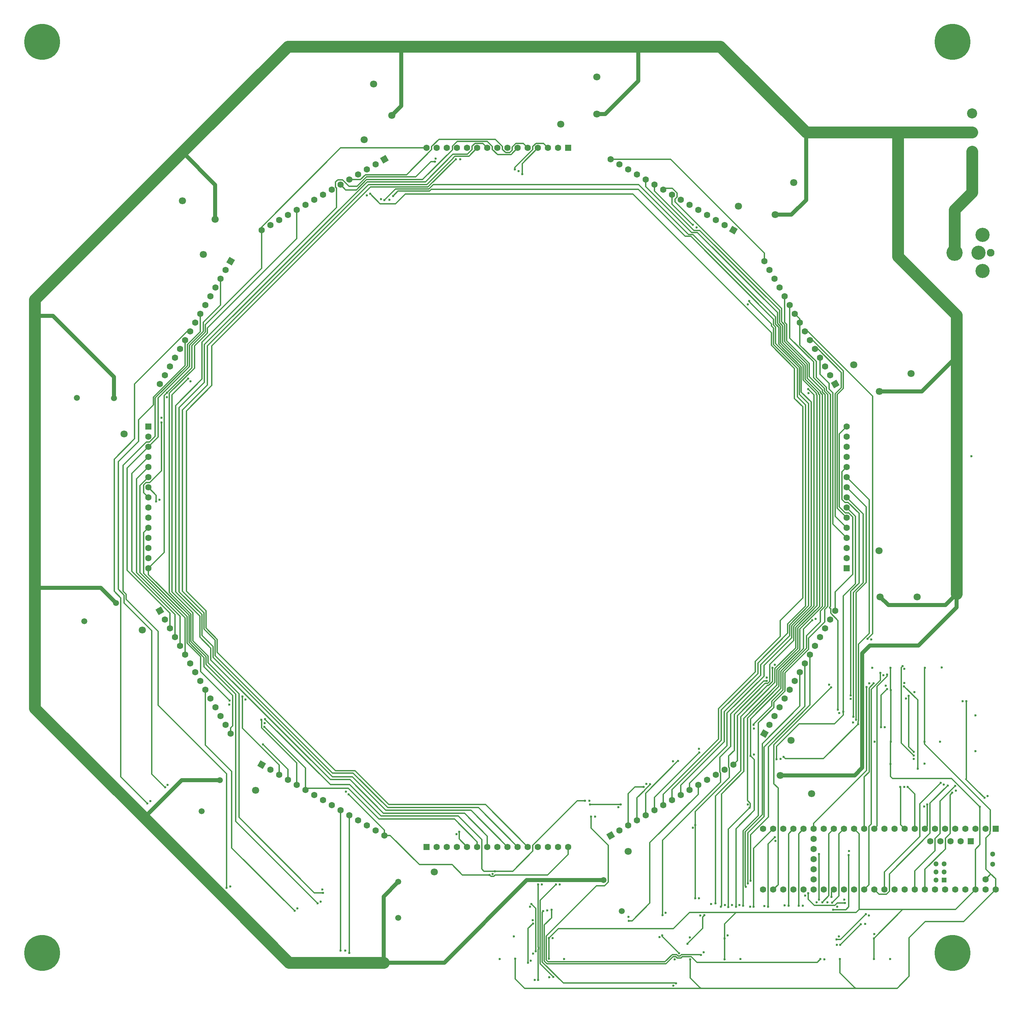
<source format=gbl>
%TF.GenerationSoftware,KiCad,Pcbnew,7.0.8-7.0.8~ubuntu22.04.1*%
%TF.CreationDate,2024-02-10T13:50:52-08:00*%
%TF.ProjectId,teensy_arena_12-12,7465656e-7379-45f6-9172-656e615f3132,rev?*%
%TF.SameCoordinates,Original*%
%TF.FileFunction,Copper,L4,Bot*%
%TF.FilePolarity,Positive*%
%FSLAX46Y46*%
G04 Gerber Fmt 4.6, Leading zero omitted, Abs format (unit mm)*
G04 Created by KiCad (PCBNEW 7.0.8-7.0.8~ubuntu22.04.1) date 2024-02-10 13:50:52*
%MOMM*%
%LPD*%
G01*
G04 APERTURE LIST*
G04 Aperture macros list*
%AMRotRect*
0 Rectangle, with rotation*
0 The origin of the aperture is its center*
0 $1 length*
0 $2 width*
0 $3 Rotation angle, in degrees counterclockwise*
0 Add horizontal line*
21,1,$1,$2,0,0,$3*%
G04 Aperture macros list end*
%TA.AperFunction,ComponentPad*%
%ADD10C,9.000000*%
%TD*%
%TA.AperFunction,ComponentPad*%
%ADD11R,1.600000X1.600000*%
%TD*%
%TA.AperFunction,ComponentPad*%
%ADD12C,1.600000*%
%TD*%
%TA.AperFunction,ComponentPad*%
%ADD13RotRect,1.600000X1.600000X60.000000*%
%TD*%
%TA.AperFunction,ComponentPad*%
%ADD14C,2.540000*%
%TD*%
%TA.AperFunction,ComponentPad*%
%ADD15RotRect,1.600000X1.600000X330.000000*%
%TD*%
%TA.AperFunction,ComponentPad*%
%ADD16RotRect,1.600000X1.600000X30.000000*%
%TD*%
%TA.AperFunction,ComponentPad*%
%ADD17C,3.556000*%
%TD*%
%TA.AperFunction,ComponentPad*%
%ADD18C,1.930400*%
%TD*%
%TA.AperFunction,ComponentPad*%
%ADD19C,4.064000*%
%TD*%
%TA.AperFunction,ComponentPad*%
%ADD20RotRect,1.600000X1.600000X210.000000*%
%TD*%
%TA.AperFunction,ComponentPad*%
%ADD21R,1.300000X1.300000*%
%TD*%
%TA.AperFunction,ComponentPad*%
%ADD22C,1.300000*%
%TD*%
%TA.AperFunction,ComponentPad*%
%ADD23RotRect,1.600000X1.600000X240.000000*%
%TD*%
%TA.AperFunction,ComponentPad*%
%ADD24RotRect,1.600000X1.600000X300.000000*%
%TD*%
%TA.AperFunction,ComponentPad*%
%ADD25RotRect,1.600000X1.600000X120.000000*%
%TD*%
%TA.AperFunction,ComponentPad*%
%ADD26RotRect,1.600000X1.600000X150.000000*%
%TD*%
%TA.AperFunction,ViaPad*%
%ADD27C,1.800000*%
%TD*%
%TA.AperFunction,ViaPad*%
%ADD28C,0.600000*%
%TD*%
%TA.AperFunction,ViaPad*%
%ADD29C,1.500000*%
%TD*%
%TA.AperFunction,Conductor*%
%ADD30C,0.300000*%
%TD*%
%TA.AperFunction,Conductor*%
%ADD31C,3.000000*%
%TD*%
%TA.AperFunction,Conductor*%
%ADD32C,1.000000*%
%TD*%
G04 APERTURE END LIST*
D10*
%TO.P,H1,1,1*%
%TO.N,GND*%
X63500000Y-63500000D03*
%TD*%
D11*
%TO.P,P10,1*%
%TO.N,/Panel Headers/POW.5V_HDR_10*%
X160019999Y-265474028D03*
D12*
%TO.P,P10,2*%
%TO.N,GND*%
X162559999Y-265474028D03*
%TO.P,P10,3*%
%TO.N,/Panel Headers/RESET*%
X165099999Y-265474028D03*
%TO.P,P10,4*%
%TO.N,/Level Shifters/PAN5V.SCK_1*%
X167639999Y-265474028D03*
%TO.P,P10,5*%
%TO.N,/Level Shifters/PAN5V.MOSI_1*%
X170179999Y-265474028D03*
%TO.P,P10,6*%
%TO.N,/Level Shifters/PAN5V.MISO_1*%
X172719999Y-265474028D03*
%TO.P,P10,7*%
%TO.N,/Level Shifters/PAN5V.CS_15*%
X175259999Y-265474028D03*
%TO.P,P10,8*%
%TO.N,/Level Shifters/PAN5V.CS_16*%
X177799999Y-265474028D03*
%TO.P,P10,9*%
%TO.N,/Level Shifters/PAN5V.CS_17*%
X180339999Y-265474028D03*
%TO.P,P10,10*%
%TO.N,/Level Shifters/PAN5V.CS_18*%
X182879999Y-265474028D03*
%TO.P,P10,11*%
%TO.N,/Level Shifters/PAN5V.CS_19*%
X185419999Y-265474028D03*
%TO.P,P10,12*%
%TO.N,unconnected-(P10-Pad12)*%
X187959999Y-265474028D03*
%TO.P,P10,13*%
%TO.N,unconnected-(P10-Pad13)*%
X190499999Y-265474028D03*
%TO.P,P10,14*%
%TO.N,unconnected-(P10-Pad14)*%
X193039999Y-265474028D03*
%TO.P,P10,15*%
%TO.N,/Level Shifters/PAN5V.EXT_INT*%
X195579999Y-265474028D03*
%TD*%
D13*
%TO.P,P12,1*%
%TO.N,/Panel Headers/POW.5V_HDR_12*%
X244837936Y-237034946D03*
D12*
%TO.P,P12,2*%
%TO.N,GND*%
X246107936Y-234835241D03*
%TO.P,P12,3*%
%TO.N,/Panel Headers/RESET*%
X247377936Y-232635537D03*
%TO.P,P12,4*%
%TO.N,/Level Shifters/PAN5V.SCK_1*%
X248647936Y-230435832D03*
%TO.P,P12,5*%
%TO.N,/Level Shifters/PAN5V.MOSI_1*%
X249917936Y-228236128D03*
%TO.P,P12,6*%
%TO.N,/Level Shifters/PAN5V.MISO_1*%
X251187936Y-226036423D03*
%TO.P,P12,7*%
%TO.N,/Level Shifters/PAN5V.CS_25*%
X252457936Y-223836719D03*
%TO.P,P12,8*%
%TO.N,/Level Shifters/PAN5V.CS_26*%
X253727936Y-221637014D03*
%TO.P,P12,9*%
%TO.N,/Level Shifters/PAN5V.CS_27*%
X254997936Y-219437309D03*
%TO.P,P12,10*%
%TO.N,/Level Shifters/PAN5V.CS_28*%
X256267936Y-217237605D03*
%TO.P,P12,11*%
%TO.N,/Level Shifters/PAN5V.CS_29*%
X257537936Y-215037900D03*
%TO.P,P12,12*%
%TO.N,unconnected-(P12-Pad12)*%
X258807936Y-212838196D03*
%TO.P,P12,13*%
%TO.N,unconnected-(P12-Pad13)*%
X260077936Y-210638491D03*
%TO.P,P12,14*%
%TO.N,unconnected-(P12-Pad14)*%
X261347936Y-208438787D03*
%TO.P,P12,15*%
%TO.N,/Level Shifters/PAN5V.EXT_INT*%
X262617936Y-206239082D03*
%TD*%
D11*
%TO.P,P7,1*%
%TO.N,/Panel Headers/POW.5V_HDR_7*%
X90125971Y-160020000D03*
D12*
%TO.P,P7,2*%
%TO.N,GND*%
X90125971Y-162560000D03*
%TO.P,P7,3*%
%TO.N,/Panel Headers/RESET*%
X90125971Y-165100000D03*
%TO.P,P7,4*%
%TO.N,/Level Shifters/PAN5V.SCK_1*%
X90125971Y-167640000D03*
%TO.P,P7,5*%
%TO.N,/Level Shifters/PAN5V.MOSI_1*%
X90125971Y-170180000D03*
%TO.P,P7,6*%
%TO.N,/Level Shifters/PAN5V.MISO_1*%
X90125971Y-172720000D03*
%TO.P,P7,7*%
%TO.N,/Level Shifters/PAN5V.CS_00*%
X90125971Y-175260000D03*
%TO.P,P7,8*%
%TO.N,/Level Shifters/PAN5V.CS_01*%
X90125971Y-177800000D03*
%TO.P,P7,9*%
%TO.N,/Level Shifters/PAN5V.CS_02*%
X90125971Y-180340000D03*
%TO.P,P7,10*%
%TO.N,/Level Shifters/PAN5V.CS_03*%
X90125971Y-182880000D03*
%TO.P,P7,11*%
%TO.N,/Level Shifters/PAN5V.CS_04*%
X90125971Y-185420000D03*
%TO.P,P7,12*%
%TO.N,unconnected-(P7-Pad12)*%
X90125971Y-187960000D03*
%TO.P,P7,13*%
%TO.N,unconnected-(P7-Pad13)*%
X90125971Y-190500000D03*
%TO.P,P7,14*%
%TO.N,unconnected-(P7-Pad14)*%
X90125971Y-193040000D03*
%TO.P,P7,15*%
%TO.N,/Level Shifters/PAN5V.EXT_INT*%
X90125971Y-195580000D03*
%TD*%
D14*
%TO.P,SW1,1,A*%
%TO.N,Net-(SW1-A)*%
X296960000Y-90982800D03*
%TO.P,SW1,2,B*%
%TO.N,VCC*%
X296960000Y-86233000D03*
%TO.P,SW1,3,C*%
%TO.N,GND*%
X296960000Y-81483200D03*
%TD*%
D15*
%TO.P,P9,1*%
%TO.N,/Panel Headers/POW.5V_HDR_9*%
X118565053Y-244837936D03*
D12*
%TO.P,P9,2*%
%TO.N,GND*%
X120764758Y-246107936D03*
%TO.P,P9,3*%
%TO.N,/Panel Headers/RESET*%
X122964462Y-247377936D03*
%TO.P,P9,4*%
%TO.N,/Level Shifters/PAN5V.SCK_1*%
X125164167Y-248647936D03*
%TO.P,P9,5*%
%TO.N,/Level Shifters/PAN5V.MOSI_1*%
X127363871Y-249917936D03*
%TO.P,P9,6*%
%TO.N,/Level Shifters/PAN5V.MISO_1*%
X129563576Y-251187936D03*
%TO.P,P9,7*%
%TO.N,/Level Shifters/PAN5V.CS_10*%
X131763280Y-252457936D03*
%TO.P,P9,8*%
%TO.N,/Level Shifters/PAN5V.CS_11*%
X133962985Y-253727936D03*
%TO.P,P9,9*%
%TO.N,/Level Shifters/PAN5V.CS_12*%
X136162690Y-254997936D03*
%TO.P,P9,10*%
%TO.N,/Level Shifters/PAN5V.CS_13*%
X138362394Y-256267936D03*
%TO.P,P9,11*%
%TO.N,/Level Shifters/PAN5V.CS_14*%
X140562099Y-257537936D03*
%TO.P,P9,12*%
%TO.N,unconnected-(P9-Pad12)*%
X142761803Y-258807936D03*
%TO.P,P9,13*%
%TO.N,unconnected-(P9-Pad13)*%
X144961508Y-260077936D03*
%TO.P,P9,14*%
%TO.N,unconnected-(P9-Pad14)*%
X147161212Y-261347936D03*
%TO.P,P9,15*%
%TO.N,/Level Shifters/PAN5V.EXT_INT*%
X149360917Y-262617936D03*
%TD*%
D16*
%TO.P,P11,1*%
%TO.N,/Panel Headers/POW.5V_HDR_11*%
X206239082Y-262617936D03*
D12*
%TO.P,P11,2*%
%TO.N,GND*%
X208438787Y-261347936D03*
%TO.P,P11,3*%
%TO.N,/Panel Headers/RESET*%
X210638491Y-260077936D03*
%TO.P,P11,4*%
%TO.N,/Level Shifters/PAN5V.SCK_1*%
X212838196Y-258807936D03*
%TO.P,P11,5*%
%TO.N,/Level Shifters/PAN5V.MOSI_1*%
X215037900Y-257537936D03*
%TO.P,P11,6*%
%TO.N,/Level Shifters/PAN5V.MISO_1*%
X217237605Y-256267936D03*
%TO.P,P11,7*%
%TO.N,/Level Shifters/PAN5V.CS_20*%
X219437309Y-254997936D03*
%TO.P,P11,8*%
%TO.N,/Level Shifters/PAN5V.CS_21*%
X221637014Y-253727936D03*
%TO.P,P11,9*%
%TO.N,/Level Shifters/PAN5V.CS_22*%
X223836719Y-252457936D03*
%TO.P,P11,10*%
%TO.N,/Level Shifters/PAN5V.CS_23*%
X226036423Y-251187936D03*
%TO.P,P11,11*%
%TO.N,/Level Shifters/PAN5V.CS_24*%
X228236128Y-249917936D03*
%TO.P,P11,12*%
%TO.N,unconnected-(P11-Pad12)*%
X230435832Y-248647936D03*
%TO.P,P11,13*%
%TO.N,unconnected-(P11-Pad13)*%
X232635537Y-247377936D03*
%TO.P,P11,14*%
%TO.N,unconnected-(P11-Pad14)*%
X234835241Y-246107936D03*
%TO.P,P11,15*%
%TO.N,/Level Shifters/PAN5V.EXT_INT*%
X237034946Y-244837936D03*
%TD*%
D10*
%TO.P,H3,1,1*%
%TO.N,GND*%
X292100000Y-292100000D03*
%TD*%
%TO.P,H4,1,1*%
%TO.N,GND*%
X63500000Y-292100000D03*
%TD*%
D17*
%TO.P,J1,*%
%TO.N,*%
X299596200Y-111963200D03*
D18*
X301602800Y-116459000D03*
D17*
X299596200Y-120954800D03*
D19*
%TO.P,J1,1*%
%TO.N,Net-(SW1-A)*%
X292611200Y-116459000D03*
D17*
%TO.P,J1,2*%
%TO.N,GND*%
X298605600Y-116459000D03*
%TD*%
D20*
%TO.P,P5,1*%
%TO.N,/Panel Headers/POW.5V_HDR_5*%
X149360917Y-92982063D03*
D12*
%TO.P,P5,2*%
%TO.N,GND*%
X147161212Y-94252063D03*
%TO.P,P5,3*%
%TO.N,/Panel Headers/RESET*%
X144961508Y-95522063D03*
%TO.P,P5,4*%
%TO.N,/Level Shifters/PAN5V.SCK_0*%
X142761803Y-96792063D03*
%TO.P,P5,5*%
%TO.N,/Level Shifters/PAN5V.MOSI_0*%
X140562099Y-98062063D03*
%TO.P,P5,6*%
%TO.N,/Level Shifters/PAN5V.MISO_0*%
X138362394Y-99332063D03*
%TO.P,P5,7*%
%TO.N,/Level Shifters/PAN5V.CS_20*%
X136162690Y-100602063D03*
%TO.P,P5,8*%
%TO.N,/Level Shifters/PAN5V.CS_21*%
X133962985Y-101872063D03*
%TO.P,P5,9*%
%TO.N,/Level Shifters/PAN5V.CS_22*%
X131763280Y-103142063D03*
%TO.P,P5,10*%
%TO.N,/Level Shifters/PAN5V.CS_23*%
X129563576Y-104412063D03*
%TO.P,P5,11*%
%TO.N,/Level Shifters/PAN5V.CS_24*%
X127363871Y-105682063D03*
%TO.P,P5,12*%
%TO.N,unconnected-(P5-Pad12)*%
X125164167Y-106952063D03*
%TO.P,P5,13*%
%TO.N,unconnected-(P5-Pad13)*%
X122964462Y-108222063D03*
%TO.P,P5,14*%
%TO.N,unconnected-(P5-Pad14)*%
X120764758Y-109492063D03*
%TO.P,P5,15*%
%TO.N,/Level Shifters/PAN5V.EXT_INT*%
X118565053Y-110762063D03*
%TD*%
D11*
%TO.P,P4,1*%
%TO.N,/Panel Headers/POW.5V_HDR_4*%
X195580000Y-90125971D03*
D12*
%TO.P,P4,2*%
%TO.N,GND*%
X193040000Y-90125971D03*
%TO.P,P4,3*%
%TO.N,/Panel Headers/RESET*%
X190500000Y-90125971D03*
%TO.P,P4,4*%
%TO.N,/Level Shifters/PAN5V.SCK_0*%
X187960000Y-90125971D03*
%TO.P,P4,5*%
%TO.N,/Level Shifters/PAN5V.MOSI_0*%
X185420000Y-90125971D03*
%TO.P,P4,6*%
%TO.N,/Level Shifters/PAN5V.MISO_0*%
X182880000Y-90125971D03*
%TO.P,P4,7*%
%TO.N,/Level Shifters/PAN5V.CS_15*%
X180340000Y-90125971D03*
%TO.P,P4,8*%
%TO.N,/Level Shifters/PAN5V.CS_16*%
X177800000Y-90125971D03*
%TO.P,P4,9*%
%TO.N,/Level Shifters/PAN5V.CS_17*%
X175260000Y-90125971D03*
%TO.P,P4,10*%
%TO.N,/Level Shifters/PAN5V.CS_18*%
X172720000Y-90125971D03*
%TO.P,P4,11*%
%TO.N,/Level Shifters/PAN5V.CS_19*%
X170180000Y-90125971D03*
%TO.P,P4,12*%
%TO.N,unconnected-(P4-Pad12)*%
X167640000Y-90125971D03*
%TO.P,P4,13*%
%TO.N,unconnected-(P4-Pad13)*%
X165100000Y-90125971D03*
%TO.P,P4,14*%
%TO.N,unconnected-(P4-Pad14)*%
X162560000Y-90125971D03*
%TO.P,P4,15*%
%TO.N,/Level Shifters/PAN5V.EXT_INT*%
X160020000Y-90125971D03*
%TD*%
D11*
%TO.P,U18,1,GND*%
%TO.N,GND*%
X302895000Y-260985000D03*
D12*
%TO.P,U18,2,0_RX1_CRX2_CS1*%
%TO.N,/Level Shifters/PAN3V.CS_00*%
X300355000Y-260985000D03*
%TO.P,U18,3,1_TX1_CTX2_MISO1*%
%TO.N,/Level Shifters/PAN3V.MISO_1*%
X297815000Y-260985000D03*
%TO.P,U18,4,2_OUT2*%
%TO.N,/Level Shifters/PAN3V.CS_01*%
X295275000Y-260985000D03*
%TO.P,U18,5,3_LRCLK2*%
%TO.N,/Level Shifters/PAN3V.CS_02*%
X292735000Y-260985000D03*
%TO.P,U18,6,4_BCLK2*%
%TO.N,/Level Shifters/PAN3V.CS_03*%
X290195000Y-260985000D03*
%TO.P,U18,7,5_IN2*%
%TO.N,/Level Shifters/PAN3V.CS_04*%
X287655000Y-260985000D03*
%TO.P,U18,8,6_OUT1D*%
%TO.N,/Level Shifters/PAN3V.CS_05*%
X285115000Y-260985000D03*
%TO.P,U18,9,7_RX2_OUT1A*%
%TO.N,/Level Shifters/PAN3V.CS_06*%
X282575000Y-260985000D03*
%TO.P,U18,10,8_TX2_IN1*%
%TO.N,/Level Shifters/PAN3V.CS_07*%
X280035000Y-260985000D03*
%TO.P,U18,11,9_OUT1C*%
%TO.N,/Level Shifters/PAN3V.CS_08*%
X277495000Y-260985000D03*
%TO.P,U18,12,10_CS_MQSR*%
%TO.N,/Level Shifters/PAN3V.CS_09*%
X274955000Y-260985000D03*
%TO.P,U18,13,11_MOSI_CTX1*%
%TO.N,/Level Shifters/PAN3V.MOSI_0*%
X272415000Y-260985000D03*
%TO.P,U18,14,12_MISO_MQSL*%
%TO.N,/Level Shifters/PAN3V.MISO_0*%
X269875000Y-260985000D03*
%TO.P,U18,15,3V3*%
%TO.N,+3.3V*%
X267335000Y-260985000D03*
%TO.P,U18,16,24_A10_TX6_SCL2*%
%TO.N,/Level Shifters/PAN3V.CS_10*%
X264795000Y-260985000D03*
%TO.P,U18,17,25_A11_RX6_SDA2*%
%TO.N,/Level Shifters/PAN3V.CS_11*%
X262255000Y-260985000D03*
%TO.P,U18,18,26_A12_MOSI1*%
%TO.N,/Level Shifters/PAN3V.MOSI_1*%
X259715000Y-260985000D03*
%TO.P,U18,19,27_A13_SCK1*%
%TO.N,/Level Shifters/PAN3V.SCK_1*%
X257175000Y-260985000D03*
%TO.P,U18,20,28_RX7*%
%TO.N,/Level Shifters/PAN3V.CS_12*%
X254635000Y-260985000D03*
%TO.P,U18,21,29_TX7*%
%TO.N,/Level Shifters/PAN3V.CS_13*%
X252095000Y-260985000D03*
%TO.P,U18,22,30_CRX3*%
%TO.N,/Level Shifters/PAN3V.CS_14*%
X249555000Y-260985000D03*
%TO.P,U18,23,31_CTX3*%
%TO.N,/Level Shifters/PAN3V.CS_15*%
X247015000Y-260985000D03*
%TO.P,U18,24,32_OUT1B*%
%TO.N,/Level Shifters/PAN3V.CS_16*%
X244475000Y-260985000D03*
%TO.P,U18,25,33_MCLK2*%
%TO.N,/Level Shifters/PAN3V.EXT_INT*%
X244475000Y-276225000D03*
%TO.P,U18,26,34_RX8*%
%TO.N,/Level Shifters/PAN3V.RESET*%
X247015000Y-276225000D03*
%TO.P,U18,27,35_TX8*%
%TO.N,/Level Shifters/PAN3V.CS_29*%
X249555000Y-276225000D03*
%TO.P,U18,28,36_CS*%
%TO.N,/Level Shifters/PAN3V.CS_28*%
X252095000Y-276225000D03*
%TO.P,U18,29,37_CS*%
%TO.N,/Level Shifters/PAN3V.CS_27*%
X254635000Y-276225000D03*
%TO.P,U18,30,38_CS1_IN1*%
%TO.N,/Level Shifters/PAN3V.CS_26*%
X257175000Y-276225000D03*
%TO.P,U18,31,39_MISO1_OUT1A*%
%TO.N,/Level Shifters/PAN3V.CS_25*%
X259715000Y-276225000D03*
%TO.P,U18,32,40_A16*%
%TO.N,/Level Shifters/PAN3V.CS_24*%
X262255000Y-276225000D03*
%TO.P,U18,33,41_A17*%
%TO.N,/Level Shifters/PAN3V.CS_23*%
X264795000Y-276225000D03*
%TO.P,U18,34,GND*%
%TO.N,GND*%
X267335000Y-276225000D03*
%TO.P,U18,35,13_SCK_LED*%
%TO.N,/Level Shifters/PAN3V.SCK_0*%
X269875000Y-276225000D03*
%TO.P,U18,36,14_A0_TX3_SPDIF_OUT*%
%TO.N,/Teensy/A0*%
X272415000Y-276225000D03*
%TO.P,U18,37,15_A1_RX3_SPDIF_IN*%
%TO.N,/Teensy/A1*%
X274955000Y-276225000D03*
%TO.P,U18,38,16_A2_RX4_SCL1*%
%TO.N,/Level Shifters/PAN3V.CS_22*%
X277495000Y-276225000D03*
%TO.P,U18,39,17_A3_TX4_SDA1*%
%TO.N,/Level Shifters/PAN3V.CS_21*%
X280035000Y-276225000D03*
%TO.P,U18,40,18_A4_SDA*%
%TO.N,/Teensy/SDA*%
X282575000Y-276225000D03*
%TO.P,U18,41,19_A5_SCL*%
%TO.N,/Teensy/SCL*%
X285115000Y-276225000D03*
%TO.P,U18,42,20_A6_TX5_LRCLK1*%
%TO.N,/Level Shifters/PAN3V.CS_20*%
X287655000Y-276225000D03*
%TO.P,U18,43,21_A7_RX5_BCLK1*%
%TO.N,/Level Shifters/PAN3V.CS_19*%
X290195000Y-276225000D03*
%TO.P,U18,44,22_A8_CTX1*%
%TO.N,/Level Shifters/PAN3V.CS_18*%
X292735000Y-276225000D03*
%TO.P,U18,45,23_A9_CRX1_MCLK1*%
%TO.N,/Level Shifters/PAN3V.CS_17*%
X295275000Y-276225000D03*
%TO.P,U18,46,3V3*%
%TO.N,+3.3V*%
X297815000Y-276225000D03*
%TO.P,U18,47,GND*%
%TO.N,GND*%
X300355000Y-276225000D03*
%TO.P,U18,48,VIN*%
%TO.N,+5V*%
X302895000Y-276225000D03*
%TO.P,U18,49,VUSB*%
X300355000Y-273685000D03*
%TO.P,U18,50,VBAT*%
%TO.N,unconnected-(U18-VBAT-Pad50)*%
X257175000Y-263525000D03*
%TO.P,U18,51,3V3*%
%TO.N,unconnected-(U18-3V3-Pad51)*%
X257175000Y-266065000D03*
%TO.P,U18,52,GND*%
%TO.N,unconnected-(U18-GND-Pad52)*%
X257175000Y-268605000D03*
%TO.P,U18,53,PROGRAM*%
%TO.N,unconnected-(U18-PROGRAM-Pad53)*%
X257175000Y-271145000D03*
%TO.P,U18,54,ON_OFF*%
%TO.N,unconnected-(U18-ON_OFF-Pad54)*%
X257175000Y-273685000D03*
D11*
%TO.P,U18,55,5V*%
%TO.N,unconnected-(U18-5V-Pad55)*%
X296595800Y-264035800D03*
D12*
%TO.P,U18,56,D-*%
%TO.N,unconnected-(U18-D--Pad56)*%
X294055800Y-264035800D03*
%TO.P,U18,57,D+*%
%TO.N,unconnected-(U18-D+-Pad57)*%
X291515800Y-264035800D03*
%TO.P,U18,58,GND*%
%TO.N,unconnected-(U18-GND-Pad58)*%
X288975800Y-264035800D03*
%TO.P,U18,59,GND*%
%TO.N,unconnected-(U18-GND-Pad59)*%
X286435800Y-264035800D03*
D21*
%TO.P,U18,60,R+*%
%TO.N,unconnected-(U18-R+-Pad60)*%
X289925000Y-273786600D03*
D22*
%TO.P,U18,61,LED*%
%TO.N,unconnected-(U18-LED-Pad61)*%
X289925000Y-271786600D03*
%TO.P,U18,62,T-*%
%TO.N,unconnected-(U18-T--Pad62)*%
X289925000Y-269786600D03*
%TO.P,U18,63,T+*%
%TO.N,unconnected-(U18-T+-Pad63)*%
X287925000Y-269786600D03*
%TO.P,U18,64,GND*%
%TO.N,unconnected-(U18-GND-Pad64)*%
X287925000Y-271786600D03*
%TO.P,U18,65,R-*%
%TO.N,unconnected-(U18-R--Pad65)*%
X287925000Y-273786600D03*
%TO.P,U18,66,D-*%
%TO.N,unconnected-(U18-D--Pad66)*%
X302165000Y-269875000D03*
%TO.P,U18,67,D+*%
%TO.N,unconnected-(U18-D+-Pad67)*%
X302165000Y-267335000D03*
%TD*%
D11*
%TO.P,P1,1*%
%TO.N,/Panel Headers/POW.5V_HDR_1*%
X265474028Y-195580000D03*
D12*
%TO.P,P1,2*%
%TO.N,GND*%
X265474028Y-193040000D03*
%TO.P,P1,3*%
%TO.N,/Panel Headers/RESET*%
X265474028Y-190500000D03*
%TO.P,P1,4*%
%TO.N,/Level Shifters/PAN5V.SCK_0*%
X265474028Y-187960000D03*
%TO.P,P1,5*%
%TO.N,/Level Shifters/PAN5V.MOSI_0*%
X265474028Y-185420000D03*
%TO.P,P1,6*%
%TO.N,/Level Shifters/PAN5V.MISO_0*%
X265474028Y-182880000D03*
%TO.P,P1,7*%
%TO.N,/Level Shifters/PAN5V.CS_00*%
X265474028Y-180340000D03*
%TO.P,P1,8*%
%TO.N,/Level Shifters/PAN5V.CS_01*%
X265474028Y-177800000D03*
%TO.P,P1,9*%
%TO.N,/Level Shifters/PAN5V.CS_02*%
X265474028Y-175260000D03*
%TO.P,P1,10*%
%TO.N,/Level Shifters/PAN5V.CS_03*%
X265474028Y-172720000D03*
%TO.P,P1,11*%
%TO.N,/Level Shifters/PAN5V.CS_04*%
X265474028Y-170180000D03*
%TO.P,P1,12*%
%TO.N,unconnected-(P1-Pad12)*%
X265474028Y-167640000D03*
%TO.P,P1,13*%
%TO.N,unconnected-(P1-Pad13)*%
X265474028Y-165100000D03*
%TO.P,P1,14*%
%TO.N,unconnected-(P1-Pad14)*%
X265474028Y-162560000D03*
%TO.P,P1,15*%
%TO.N,/Level Shifters/PAN5V.EXT_INT*%
X265474028Y-160020000D03*
%TD*%
D23*
%TO.P,P6,1*%
%TO.N,/Panel Headers/POW.5V_HDR_6*%
X110762063Y-118565053D03*
D12*
%TO.P,P6,2*%
%TO.N,GND*%
X109492063Y-120764758D03*
%TO.P,P6,3*%
%TO.N,/Panel Headers/RESET*%
X108222063Y-122964462D03*
%TO.P,P6,4*%
%TO.N,/Level Shifters/PAN5V.SCK_0*%
X106952063Y-125164167D03*
%TO.P,P6,5*%
%TO.N,/Level Shifters/PAN5V.MOSI_0*%
X105682063Y-127363871D03*
%TO.P,P6,6*%
%TO.N,/Level Shifters/PAN5V.MISO_0*%
X104412063Y-129563576D03*
%TO.P,P6,7*%
%TO.N,/Level Shifters/PAN5V.CS_25*%
X103142063Y-131763280D03*
%TO.P,P6,8*%
%TO.N,/Level Shifters/PAN5V.CS_26*%
X101872063Y-133962985D03*
%TO.P,P6,9*%
%TO.N,/Level Shifters/PAN5V.CS_27*%
X100602063Y-136162690D03*
%TO.P,P6,10*%
%TO.N,/Level Shifters/PAN5V.CS_28*%
X99332063Y-138362394D03*
%TO.P,P6,11*%
%TO.N,/Level Shifters/PAN5V.CS_29*%
X98062063Y-140562099D03*
%TO.P,P6,12*%
%TO.N,unconnected-(P6-Pad12)*%
X96792063Y-142761803D03*
%TO.P,P6,13*%
%TO.N,unconnected-(P6-Pad13)*%
X95522063Y-144961508D03*
%TO.P,P6,14*%
%TO.N,unconnected-(P6-Pad14)*%
X94252063Y-147161212D03*
%TO.P,P6,15*%
%TO.N,/Level Shifters/PAN5V.EXT_INT*%
X92982063Y-149360917D03*
%TD*%
D24*
%TO.P,P8,1*%
%TO.N,/Panel Headers/POW.5V_HDR_8*%
X92982063Y-206239082D03*
D12*
%TO.P,P8,2*%
%TO.N,GND*%
X94252063Y-208438787D03*
%TO.P,P8,3*%
%TO.N,/Panel Headers/RESET*%
X95522063Y-210638491D03*
%TO.P,P8,4*%
%TO.N,/Level Shifters/PAN5V.SCK_1*%
X96792063Y-212838196D03*
%TO.P,P8,5*%
%TO.N,/Level Shifters/PAN5V.MOSI_1*%
X98062063Y-215037900D03*
%TO.P,P8,6*%
%TO.N,/Level Shifters/PAN5V.MISO_1*%
X99332063Y-217237605D03*
%TO.P,P8,7*%
%TO.N,/Level Shifters/PAN5V.CS_05*%
X100602063Y-219437309D03*
%TO.P,P8,8*%
%TO.N,/Level Shifters/PAN5V.CS_06*%
X101872063Y-221637014D03*
%TO.P,P8,9*%
X103142063Y-223836719D03*
%TO.P,P8,10*%
%TO.N,/Level Shifters/PAN5V.CS_08*%
X104412063Y-226036423D03*
%TO.P,P8,11*%
%TO.N,/Level Shifters/PAN5V.CS_09*%
X105682063Y-228236128D03*
%TO.P,P8,12*%
%TO.N,unconnected-(P8-Pad12)*%
X106952063Y-230435832D03*
%TO.P,P8,13*%
%TO.N,unconnected-(P8-Pad13)*%
X108222063Y-232635537D03*
%TO.P,P8,14*%
%TO.N,unconnected-(P8-Pad14)*%
X109492063Y-234835241D03*
%TO.P,P8,15*%
%TO.N,/Level Shifters/PAN5V.EXT_INT*%
X110762063Y-237034946D03*
%TD*%
D10*
%TO.P,H2,1,1*%
%TO.N,GND*%
X292100000Y-63500000D03*
%TD*%
D25*
%TO.P,P2,1*%
%TO.N,/Panel Headers/POW.5V_HDR_2*%
X262617936Y-149360917D03*
D12*
%TO.P,P2,2*%
%TO.N,GND*%
X261347936Y-147161212D03*
%TO.P,P2,3*%
%TO.N,/Panel Headers/RESET*%
X260077936Y-144961508D03*
%TO.P,P2,4*%
%TO.N,/Level Shifters/PAN5V.SCK_0*%
X258807936Y-142761803D03*
%TO.P,P2,5*%
%TO.N,/Level Shifters/PAN5V.MOSI_0*%
X257537936Y-140562099D03*
%TO.P,P2,6*%
%TO.N,/Level Shifters/PAN5V.MISO_0*%
X256267936Y-138362394D03*
%TO.P,P2,7*%
%TO.N,/Level Shifters/PAN5V.CS_05*%
X254997936Y-136162690D03*
%TO.P,P2,8*%
%TO.N,/Level Shifters/PAN5V.CS_06*%
X253727936Y-133962985D03*
%TO.P,P2,9*%
X252457936Y-131763280D03*
%TO.P,P2,10*%
%TO.N,/Level Shifters/PAN5V.CS_08*%
X251187936Y-129563576D03*
%TO.P,P2,11*%
%TO.N,/Level Shifters/PAN5V.CS_09*%
X249917936Y-127363871D03*
%TO.P,P2,12*%
%TO.N,unconnected-(P2-Pad12)*%
X248647936Y-125164167D03*
%TO.P,P2,13*%
%TO.N,unconnected-(P2-Pad13)*%
X247377936Y-122964462D03*
%TO.P,P2,14*%
%TO.N,unconnected-(P2-Pad14)*%
X246107936Y-120764758D03*
%TO.P,P2,15*%
%TO.N,/Level Shifters/PAN5V.EXT_INT*%
X244837936Y-118565053D03*
%TD*%
D26*
%TO.P,P3,1*%
%TO.N,/Panel Headers/POW.5V_HDR_3*%
X237034946Y-110762063D03*
D12*
%TO.P,P3,2*%
%TO.N,GND*%
X234835241Y-109492063D03*
%TO.P,P3,3*%
%TO.N,/Panel Headers/RESET*%
X232635537Y-108222063D03*
%TO.P,P3,4*%
%TO.N,/Level Shifters/PAN5V.SCK_0*%
X230435832Y-106952063D03*
%TO.P,P3,5*%
%TO.N,/Level Shifters/PAN5V.MOSI_0*%
X228236128Y-105682063D03*
%TO.P,P3,6*%
%TO.N,/Level Shifters/PAN5V.MISO_0*%
X226036423Y-104412063D03*
%TO.P,P3,7*%
%TO.N,/Level Shifters/PAN5V.CS_10*%
X223836719Y-103142063D03*
%TO.P,P3,8*%
%TO.N,/Level Shifters/PAN5V.CS_11*%
X221637014Y-101872063D03*
%TO.P,P3,9*%
%TO.N,/Level Shifters/PAN5V.CS_12*%
X219437309Y-100602063D03*
%TO.P,P3,10*%
%TO.N,/Level Shifters/PAN5V.CS_13*%
X217237605Y-99332063D03*
%TO.P,P3,11*%
%TO.N,/Level Shifters/PAN5V.CS_14*%
X215037900Y-98062063D03*
%TO.P,P3,12*%
%TO.N,unconnected-(P3-Pad12)*%
X212838196Y-96792063D03*
%TO.P,P3,13*%
%TO.N,unconnected-(P3-Pad13)*%
X210638491Y-95522063D03*
%TO.P,P3,14*%
%TO.N,unconnected-(P3-Pad14)*%
X208438787Y-94252063D03*
%TO.P,P3,15*%
%TO.N,/Level Shifters/PAN5V.EXT_INT*%
X206239082Y-92982063D03*
%TD*%
D27*
%TO.N,GND*%
X210625000Y-266600000D03*
X161950000Y-271800000D03*
X117050000Y-251300000D03*
X88603514Y-211053514D03*
X84000000Y-161916615D03*
X103905931Y-116819069D03*
X144288621Y-88086379D03*
X193685930Y-84200000D03*
X238262849Y-104737849D03*
X267220365Y-144520365D03*
X273575000Y-191175000D03*
X251500000Y-238750000D03*
D28*
%TO.N,+3.3V*%
X276530000Y-239080000D03*
X276520000Y-244710000D03*
X272312000Y-293642000D03*
X190704000Y-288384000D03*
X276510000Y-220523000D03*
X190704000Y-293571000D03*
X276555000Y-226105000D03*
X298965000Y-255460000D03*
X234840000Y-288464000D03*
X234830000Y-293714000D03*
X272302000Y-288424000D03*
%TO.N,+5V*%
X226200000Y-293684000D03*
X182274000Y-293564000D03*
X285060000Y-239065000D03*
X263782000Y-293654000D03*
X285140000Y-220524000D03*
D27*
%TO.N,VCC*%
X106934000Y-108052000D03*
D29*
X81534000Y-152908000D03*
D27*
X151232000Y-81940400D03*
X247548000Y-106883000D03*
D29*
X108052000Y-248768000D03*
X152857000Y-274269000D03*
D27*
X273863000Y-202743000D03*
X202743000Y-81584800D03*
D29*
X204419000Y-273812000D03*
D27*
X273710000Y-151181000D03*
D29*
X82042000Y-204318000D03*
D27*
X248768000Y-247548000D03*
D28*
%TO.N,/Teensy/SDA*%
X292705200Y-250229900D03*
%TO.N,/Teensy/SCL*%
X292015300Y-251914000D03*
%TO.N,/Teensy/A0*%
X290890300Y-250083100D03*
%TO.N,/Teensy/A1*%
X289128200Y-249402600D03*
%TO.N,/Level Shifters/PAN5V.SCK_1*%
X216154000Y-249769100D03*
X118912400Y-239769800D03*
%TO.N,/Level Shifters/PAN5V.SCK_0*%
X184048400Y-96672400D03*
%TO.N,/Level Shifters/PAN5V.CS_00*%
X201087200Y-254830500D03*
X247868200Y-243462700D03*
X208768200Y-254869300D03*
X92124000Y-178850400D03*
X264617200Y-231546400D03*
%TO.N,/Level Shifters/PAN5V.CS_01*%
X267169000Y-232841800D03*
X93446600Y-159004000D03*
%TO.N,/Level Shifters/PAN5V.CS_02*%
X267826500Y-233578400D03*
%TO.N,/Level Shifters/PAN5V.CS_03*%
X249631200Y-242900200D03*
X268326500Y-234683900D03*
%TO.N,/Level Shifters/PAN5V.CS_04*%
X281041800Y-227549600D03*
X282362600Y-241651700D03*
X266517700Y-227534100D03*
X110559250Y-228810150D03*
%TO.N,/Level Shifters/PAN5V.EXT_INT*%
X175793400Y-272542000D03*
X140395000Y-252309300D03*
X246829800Y-220548200D03*
X94763166Y-151585166D03*
%TO.N,GND*%
X92964000Y-178409600D03*
X183108600Y-95935800D03*
X263542000Y-287954000D03*
D27*
X281635000Y-146710000D03*
D28*
X257708400Y-208305400D03*
X222330000Y-293724000D03*
X100711000Y-148666200D03*
X259852000Y-293674000D03*
X144975000Y-102050000D03*
X255930400Y-151638000D03*
X267106400Y-234264200D03*
X228436966Y-240908366D03*
X282321000Y-243408200D03*
X264871200Y-278765000D03*
X176606200Y-272262600D03*
X289350000Y-220470000D03*
X245389400Y-223012000D03*
D29*
X103530000Y-256540000D03*
D28*
X249910600Y-280162000D03*
X300837600Y-252755400D03*
X272423434Y-287384034D03*
X289864800Y-249885200D03*
X218465400Y-288163000D03*
X241274600Y-280517600D03*
X133781800Y-276199600D03*
X190271400Y-281432000D03*
X200837800Y-253923800D03*
X210718400Y-283006800D03*
X235585000Y-287705800D03*
X167549300Y-262280400D03*
X238582200Y-280111200D03*
X271880000Y-220530000D03*
X186744800Y-292277800D03*
X254457200Y-280289000D03*
X242214400Y-242290600D03*
X193395600Y-274929600D03*
X229616000Y-291973000D03*
X186690000Y-283895800D03*
X294563800Y-228930200D03*
X94996000Y-249961400D03*
X261035800Y-224790000D03*
X178334000Y-293584000D03*
X274726400Y-222453200D03*
X248843800Y-243459000D03*
X187175000Y-298900000D03*
D27*
X256692000Y-252120000D03*
D28*
X110464600Y-229793800D03*
X133375400Y-279222200D03*
X226089268Y-288245400D03*
X272480000Y-239100000D03*
X263144000Y-280543000D03*
X194564000Y-293624000D03*
X275005800Y-235458000D03*
X191668400Y-288417000D03*
X139573000Y-291490400D03*
X292912800Y-251383800D03*
X280365200Y-228244400D03*
D29*
X152857000Y-283261000D03*
D27*
X146660000Y-74066400D03*
D29*
X208991000Y-281584000D03*
D28*
X263575800Y-231927400D03*
X288960000Y-239080000D03*
X271678400Y-213410800D03*
X221996000Y-300319200D03*
X240639600Y-129336800D03*
X162280600Y-92760800D03*
X257937000Y-279425400D03*
X275259800Y-225069400D03*
X148590000Y-102920800D03*
D27*
X98704400Y-103378000D03*
D28*
X236677200Y-280090100D03*
X227787200Y-110032800D03*
X208127600Y-255549400D03*
D27*
X283159000Y-202743000D03*
D28*
X234899200Y-280090100D03*
X150698200Y-103124000D03*
X94765300Y-152654000D03*
X271119600Y-224434400D03*
X228396800Y-278409400D03*
X238770000Y-293664000D03*
X247601500Y-263956800D03*
X255092200Y-277698200D03*
X185978800Y-280543000D03*
X231444800Y-279806400D03*
X263017000Y-290093400D03*
X93447100Y-157835600D03*
X202300367Y-257875567D03*
X296790000Y-167440000D03*
X190825000Y-298200000D03*
X168478200Y-92927300D03*
D27*
X252222000Y-98806000D03*
D28*
X297800000Y-232490000D03*
X188950600Y-274878800D03*
X114526534Y-228525866D03*
X279933400Y-224358200D03*
X139776200Y-251637800D03*
X90601800Y-253974600D03*
D29*
X74066400Y-208890000D03*
D28*
X119375000Y-234450000D03*
X186156600Y-294055800D03*
X242189000Y-235813600D03*
X279933400Y-250444000D03*
X110693200Y-275437600D03*
X260629400Y-279374600D03*
X215214200Y-249707400D03*
X127558800Y-280949400D03*
D27*
X202743000Y-72339200D03*
D28*
X247474266Y-219762866D03*
X221900000Y-243975000D03*
X266471400Y-228371400D03*
X297790000Y-241470000D03*
X279984200Y-220853000D03*
X181934000Y-287974000D03*
X240639600Y-254838200D03*
X271094200Y-282727400D03*
X266039600Y-266573000D03*
X285005000Y-244625000D03*
D29*
X72186800Y-152857000D03*
D28*
X276362000Y-293614000D03*
X282490000Y-226670000D03*
X284962600Y-255371600D03*
X226854200Y-260705600D03*
X220014800Y-282041600D03*
X270100000Y-284850000D03*
X228756539Y-282738954D03*
X244856000Y-280339800D03*
%TO.N,/Level Shifters/PAN5V.CS_05*%
X282338700Y-242562100D03*
X270694700Y-213310700D03*
X279515700Y-220138600D03*
%TO.N,/Level Shifters/PAN5V.CS_06*%
X263316000Y-231063800D03*
%TO.N,/Level Shifters/PAN5V.CS_08*%
X239505900Y-280238200D03*
X126867200Y-281554700D03*
%TO.N,/Level Shifters/PAN5V.CS_09*%
X228919700Y-292595500D03*
X242112800Y-234848400D03*
X201319775Y-257857904D03*
%TO.N,/Level Shifters/PAN5V.CS_10*%
X227503700Y-259982400D03*
X227503700Y-278415200D03*
X223403400Y-292182100D03*
X255859700Y-150633400D03*
X219134400Y-287705800D03*
%TO.N,/Level Shifters/PAN5V.CS_11*%
X241325400Y-242634800D03*
X256851300Y-208653400D03*
X237693200Y-280543000D03*
X226875000Y-109375000D03*
%TO.N,/Level Shifters/PAN5V.CS_12*%
X241058500Y-255723100D03*
X235737400Y-280593800D03*
%TO.N,/Level Shifters/PAN5V.CS_13*%
X138362400Y-291533400D03*
X233887850Y-280471450D03*
%TO.N,/Level Shifters/PAN5V.CS_14*%
X225547000Y-289792600D03*
X140562100Y-292089500D03*
X229743000Y-282651200D03*
X232507200Y-279661900D03*
%TO.N,/Level Shifters/PAN5V.CS_15*%
X162102800Y-93573600D03*
X187394300Y-291642800D03*
X186280400Y-279784900D03*
%TO.N,/Level Shifters/PAN5V.CS_16*%
X295503600Y-228930200D03*
X222659500Y-299720000D03*
X300101000Y-253187200D03*
X189298600Y-281617500D03*
%TO.N,/Level Shifters/PAN5V.CS_17*%
X258886850Y-293659450D03*
X191363600Y-281305000D03*
%TO.N,/Level Shifters/PAN5V.CS_18*%
X188043800Y-274901900D03*
X188043800Y-298907200D03*
%TO.N,/Level Shifters/PAN5V.CS_19*%
X167335200Y-92927300D03*
X192527000Y-274879400D03*
X191778600Y-298085800D03*
%TO.N,/Level Shifters/PAN5V.CS_20*%
X255789684Y-277074884D03*
X265068300Y-279583900D03*
X145821400Y-101600000D03*
%TO.N,/Level Shifters/PAN5V.CS_21*%
X240997266Y-128521934D03*
%TO.N,/Level Shifters/PAN5V.CS_22*%
X269051100Y-284910250D03*
X263878000Y-290067500D03*
X151561800Y-102184200D03*
%TO.N,/Level Shifters/PAN5V.CS_23*%
X258521200Y-278702000D03*
X258515500Y-267335000D03*
X149364700Y-103212900D03*
%TO.N,/Level Shifters/PAN5V.CS_24*%
X186723500Y-284702900D03*
X185496200Y-294564600D03*
X132629600Y-279685000D03*
X210743800Y-284022800D03*
%TO.N,/Level Shifters/PAN5V.CS_25*%
X109765300Y-275740700D03*
X245374800Y-223836700D03*
X219270900Y-282658500D03*
%TO.N,/Level Shifters/PAN5V.CS_26*%
X133959600Y-276997200D03*
X240172900Y-275534500D03*
X100161900Y-148012100D03*
%TO.N,/Level Shifters/PAN5V.CS_27*%
X89907700Y-254602100D03*
X240659700Y-274670700D03*
%TO.N,/Level Shifters/PAN5V.CS_28*%
X241391000Y-273958200D03*
X94361000Y-250571000D03*
%TO.N,/Level Shifters/PAN5V.CS_29*%
X119450884Y-233450216D03*
X177153768Y-271576800D03*
X199745600Y-253949200D03*
%TO.N,/Level Shifters/PAN5V.MOSI_1*%
X168198800Y-261670800D03*
X223164400Y-243960000D03*
X118516400Y-233603800D03*
%TO.N,/Level Shifters/PAN5V.MISO_1*%
X228469700Y-241824500D03*
X119251200Y-235363400D03*
%TO.N,/Level Shifters/PAN3V.RESET*%
X261623600Y-225433600D03*
%TO.N,/Level Shifters/PAN3V.SCK_0*%
X273913600Y-221792800D03*
%TO.N,/Level Shifters/PAN3V.MOSI_0*%
X275666400Y-222231000D03*
%TO.N,/Level Shifters/PAN3V.MISO_0*%
X272248900Y-224463800D03*
%TO.N,/Level Shifters/PAN3V.SCK_1*%
X270460700Y-225381300D03*
%TO.N,/Level Shifters/PAN3V.MOSI_1*%
X275664400Y-225879800D03*
X274138500Y-235475000D03*
%TO.N,/Level Shifters/PAN3V.MISO_1*%
X279883200Y-225205900D03*
X283318100Y-245862500D03*
%TO.N,/Level Shifters/PAN3V.CS_05*%
X285726400Y-254850200D03*
%TO.N,/Level Shifters/PAN3V.CS_06*%
X280822400Y-250469400D03*
%TO.N,/Level Shifters/PAN3V.CS_07*%
X278968200Y-250444000D03*
%TO.N,/Level Shifters/PAN3V.CS_08*%
X270332100Y-282346300D03*
X262940800Y-288696400D03*
%TO.N,/Level Shifters/PAN3V.CS_09*%
X262128000Y-281279600D03*
X266013100Y-267517500D03*
%TO.N,/Level Shifters/PAN3V.CS_10*%
X261841700Y-279483100D03*
%TO.N,/Level Shifters/PAN3V.CS_11*%
X259359400Y-279400000D03*
%TO.N,/Level Shifters/PAN3V.CS_12*%
X253444500Y-280282900D03*
%TO.N,/Level Shifters/PAN3V.CS_13*%
X250887300Y-280282900D03*
%TO.N,/Level Shifters/PAN3V.CS_14*%
X247459500Y-263080500D03*
X245746500Y-280516300D03*
%TO.N,/Level Shifters/PAN3V.CS_15*%
X242122200Y-280507400D03*
%TO.N,/Level Shifters/PAN3V.CS_24*%
X261664700Y-278052500D03*
%TO.N,/Panel Headers/RESET*%
X214503000Y-250418600D03*
X113751834Y-227751166D03*
X182199200Y-95522100D03*
%TD*%
D30*
%TO.N,/Level Shifters/PAN5V.EXT_INT*%
X175793400Y-272542000D02*
X176164000Y-272912600D01*
X176875439Y-272912600D02*
X177238039Y-272550000D01*
X176164000Y-272912600D02*
X176875439Y-272912600D01*
X177238039Y-272550000D02*
X190390400Y-272550000D01*
X190390400Y-272550000D02*
X195580000Y-267360400D01*
X195580000Y-267360400D02*
X195580000Y-265474000D01*
X175793400Y-272542000D02*
X168992000Y-272542000D01*
X168992000Y-272542000D02*
X166400000Y-269950000D01*
X166400000Y-269950000D02*
X158169100Y-269950000D01*
X149360900Y-262617900D02*
X149360900Y-261275200D01*
X158169100Y-269950000D02*
X150837000Y-262617900D01*
X150837000Y-262617900D02*
X149360900Y-262617900D01*
X149360900Y-261275200D02*
X140395000Y-252309300D01*
%TO.N,/Level Shifters/PAN5V.CS_28*%
X94361000Y-250571000D02*
X94284800Y-250571000D01*
X94284800Y-250571000D02*
X90975000Y-247261200D01*
X90975000Y-247261200D02*
X90975000Y-211215100D01*
X87650000Y-163725000D02*
X87650000Y-158325000D01*
X91366400Y-152646594D02*
X99332100Y-144680894D01*
X90975000Y-211215100D02*
X84075000Y-204315100D01*
X87650000Y-158325000D02*
X91366400Y-154608600D01*
X84075000Y-204315100D02*
X84075000Y-202350000D01*
X84075000Y-202350000D02*
X82575000Y-200850000D01*
X82575000Y-200850000D02*
X82575000Y-168800000D01*
X82575000Y-168800000D02*
X87650000Y-163725000D01*
X91366400Y-154608600D02*
X91366400Y-152646594D01*
X99332100Y-144680894D02*
X99332100Y-138362400D01*
%TO.N,/Level Shifters/PAN5V.CS_25*%
X89636700Y-163908000D02*
X83750000Y-169794700D01*
X84575000Y-203397800D02*
X92600000Y-211422800D01*
X90407200Y-163908000D02*
X89636700Y-163908000D01*
X91866400Y-162448800D02*
X90407200Y-163908000D01*
X99943100Y-144777000D02*
X91866400Y-152853700D01*
X83750000Y-169794700D02*
X83750000Y-201317894D01*
X92600000Y-211422800D02*
X92600000Y-229964900D01*
X99943100Y-139425400D02*
X99943100Y-144777000D01*
X83750000Y-201317894D02*
X84575000Y-202142894D01*
X103142100Y-136226400D02*
X99943100Y-139425400D01*
X84575000Y-202142894D02*
X84575000Y-203397800D01*
X91866400Y-152853700D02*
X91866400Y-162448800D01*
X103142100Y-131763300D02*
X103142100Y-136226400D01*
X92600000Y-229964900D02*
X109765300Y-247130200D01*
X109765300Y-247130200D02*
X109765300Y-275740700D01*
%TO.N,/Level Shifters/PAN5V.SCK_1*%
X90126000Y-167640000D02*
X85950000Y-171816000D01*
X85950000Y-171816000D02*
X85950000Y-196313000D01*
X85950000Y-196313000D02*
X96792100Y-207155100D01*
X96792100Y-207155100D02*
X96792100Y-212838200D01*
%TO.N,/Panel Headers/RESET*%
X108222100Y-122964500D02*
X108222100Y-129572700D01*
X84825000Y-196122300D02*
X95522100Y-206819400D01*
X108222100Y-129572700D02*
X103936800Y-133858000D01*
X92608400Y-152821400D02*
X92608400Y-162617600D01*
X95522100Y-206819400D02*
X95522100Y-210638500D01*
X103936800Y-133858000D02*
X103936800Y-136138806D01*
X103936800Y-136138806D02*
X100445000Y-139630606D01*
X84825000Y-170401000D02*
X84825000Y-196122300D01*
X100445000Y-139630606D02*
X100445000Y-144984800D01*
X100445000Y-144984800D02*
X92608400Y-152821400D01*
X92608400Y-162617600D02*
X84825000Y-170401000D01*
%TO.N,/Level Shifters/PAN5V.CS_27*%
X100602100Y-136162700D02*
X99870400Y-136162700D01*
X83196000Y-202996000D02*
X83196000Y-247890400D01*
X99870400Y-136162700D02*
X86650000Y-149383100D01*
X81550000Y-201350000D02*
X83196000Y-202996000D01*
X86650000Y-149383100D02*
X86650000Y-163100000D01*
X86650000Y-163100000D02*
X81550000Y-168200000D01*
X81550000Y-168200000D02*
X81550000Y-201350000D01*
X83196000Y-247890400D02*
X89907700Y-254602100D01*
%TO.N,/Level Shifters/PAN5V.CS_24*%
X104936800Y-135296400D02*
X127363900Y-112869300D01*
X104936800Y-136553018D02*
X104936800Y-135296400D01*
X101701600Y-139788218D02*
X104936800Y-136553018D01*
X101701600Y-145350400D02*
X101701600Y-139788218D01*
X95414800Y-151637200D02*
X101701600Y-145350400D01*
X95414800Y-201663000D02*
X95414800Y-151637200D01*
X100842700Y-213996500D02*
X100842700Y-207090900D01*
X104641100Y-217794900D02*
X100842700Y-213996500D01*
X104641100Y-219728500D02*
X104641100Y-217794900D01*
X112039400Y-259105400D02*
X112039400Y-227126800D01*
X132619000Y-279685000D02*
X112039400Y-259105400D01*
%TO.N,/Level Shifters/PAN5V.EXT_INT*%
X100340800Y-207379900D02*
X100340800Y-214204300D01*
X101041200Y-145301100D02*
X101041200Y-139741512D01*
X111328200Y-235102400D02*
X110769400Y-235661200D01*
X94096600Y-191609400D02*
X90126000Y-195580000D01*
%TO.N,/Level Shifters/PAN5V.CS_24*%
X127363900Y-112869300D02*
X127363900Y-105682100D01*
%TO.N,/Level Shifters/PAN5V.EXT_INT*%
X94763166Y-151585166D02*
X94096600Y-152251732D01*
X104139200Y-220324000D02*
X111328200Y-227513000D01*
X111328200Y-227513000D02*
X111328200Y-235102400D01*
X94763166Y-151579134D02*
X101041200Y-145301100D01*
%TO.N,/Level Shifters/PAN5V.CS_24*%
X100842700Y-207090900D02*
X95414800Y-201663000D01*
X132629600Y-279685000D02*
X132619000Y-279685000D01*
%TO.N,/Level Shifters/PAN5V.EXT_INT*%
X110769400Y-237027600D02*
X110762100Y-237034900D01*
X110769400Y-235661200D02*
X110769400Y-237027600D01*
X104139200Y-218002700D02*
X104139200Y-220324000D01*
X100340800Y-214204300D02*
X104139200Y-218002700D01*
X90126000Y-197165100D02*
X100340800Y-207379900D01*
X104436800Y-136345912D02*
X104436800Y-134475600D01*
%TO.N,/Level Shifters/PAN5V.CS_24*%
X112039400Y-227126800D02*
X104641100Y-219728500D01*
%TO.N,/Level Shifters/PAN5V.EXT_INT*%
X90126000Y-195580000D02*
X90126000Y-197165100D01*
X94763166Y-151585166D02*
X94763166Y-151579134D01*
X138432300Y-90126000D02*
X160020000Y-90126000D01*
X118565100Y-109993200D02*
X138432300Y-90126000D01*
X118565100Y-120347300D02*
X118565100Y-109993200D01*
X94096600Y-152251732D02*
X94096600Y-191609400D01*
X104436800Y-134475600D02*
X118565100Y-120347300D01*
X101041200Y-139741512D02*
X104436800Y-136345912D01*
%TO.N,/Level Shifters/PAN5V.CS_27*%
X254997900Y-219437300D02*
X254997900Y-230227100D01*
X254997900Y-230227100D02*
X244778900Y-240446100D01*
X244778900Y-257879100D02*
X240659700Y-261998300D01*
X244778900Y-240446100D02*
X244778900Y-257879100D01*
X240659700Y-261998300D02*
X240659700Y-274670700D01*
%TO.N,/Level Shifters/PAN5V.CS_00*%
X264617200Y-231546400D02*
X264617200Y-232431600D01*
X264617200Y-232431600D02*
X262398800Y-234650000D01*
X247900000Y-240325000D02*
X247900000Y-242622600D01*
X262398800Y-234650000D02*
X253575000Y-234650000D01*
X253575000Y-234650000D02*
X247900000Y-240325000D01*
X247900000Y-242622600D02*
X247868200Y-242654400D01*
X247868200Y-242654400D02*
X247868200Y-243462700D01*
%TO.N,/Level Shifters/PAN5V.EXT_INT*%
X267004800Y-182748800D02*
X267004800Y-197126300D01*
%TO.N,/Level Shifters/PAN5V.CS_00*%
X267716000Y-199436200D02*
X267716000Y-182582000D01*
%TO.N,+3.3V*%
X276520000Y-247810000D02*
X276520000Y-244710000D01*
X193065400Y-286004000D02*
X221996000Y-286004000D01*
X268605000Y-281178000D02*
X268605000Y-262255000D01*
X234840000Y-293704000D02*
X234830000Y-293714000D01*
X272302000Y-288424000D02*
X272302000Y-293632000D01*
X268605000Y-262255000D02*
X267335000Y-260985000D01*
X276510000Y-226060000D02*
X276510000Y-220523000D01*
X279548000Y-281178000D02*
X280289000Y-281178000D01*
X237896400Y-281965400D02*
X267817600Y-281965400D01*
X277020400Y-248310400D02*
X276520000Y-247810000D01*
X280289000Y-281178000D02*
X274828000Y-281178000D01*
X221996000Y-286004000D02*
X226034600Y-281965400D01*
X190704000Y-288384000D02*
X190704000Y-293571000D01*
X297815000Y-266105000D02*
X297815000Y-276225000D01*
X234840000Y-288464000D02*
X234840000Y-284844000D01*
X298965000Y-255460000D02*
X298930000Y-255460000D01*
X274828000Y-281178000D02*
X268605000Y-281178000D01*
X272302000Y-293632000D02*
X272312000Y-293642000D01*
X292862000Y-281178000D02*
X280289000Y-281178000D01*
X298965000Y-264955000D02*
X297815000Y-266105000D01*
X276520000Y-244710000D02*
X276520000Y-239090000D01*
X190704000Y-288365400D02*
X193065400Y-286004000D01*
X276530000Y-226130000D02*
X276530000Y-239080000D01*
X276555000Y-226105000D02*
X276510000Y-226060000D01*
X276520000Y-239090000D02*
X276530000Y-239080000D01*
X272302000Y-288424000D02*
X279548000Y-281178000D01*
X190704000Y-288384000D02*
X190704000Y-288274000D01*
X298965000Y-255460000D02*
X298965000Y-264955000D01*
X237718600Y-281965400D02*
X237896400Y-281965400D01*
X267817600Y-281965400D02*
X268605000Y-281178000D01*
X298930000Y-255460000D02*
X291780400Y-248310400D01*
X190704000Y-288384000D02*
X190704000Y-288365400D01*
X234840000Y-288464000D02*
X234840000Y-293704000D01*
X226034600Y-281965400D02*
X237896400Y-281965400D01*
X297815000Y-276225000D02*
X292862000Y-281178000D01*
X234840000Y-284844000D02*
X237718600Y-281965400D01*
X291780400Y-248310400D02*
X277020400Y-248310400D01*
X276555000Y-226105000D02*
X276530000Y-226130000D01*
%TO.N,+5V*%
X301672500Y-272292500D02*
X300450000Y-271070000D01*
X263782000Y-297056000D02*
X267462000Y-300736000D01*
X301672500Y-272292500D02*
X300355000Y-273610000D01*
X267462000Y-300736000D02*
X267665200Y-300939200D01*
X228773700Y-300968700D02*
X184636700Y-300968700D01*
X301440000Y-262220000D02*
X301440000Y-261580000D01*
X267665200Y-300939200D02*
X267665200Y-300964600D01*
X285242000Y-284226000D02*
X294894000Y-284226000D01*
X300450000Y-263210000D02*
X301440000Y-262220000D01*
X301520000Y-261500000D02*
X301520000Y-256180000D01*
X285060000Y-239065000D02*
X285070000Y-239055000D01*
X226200000Y-298336000D02*
X228600000Y-300736000D01*
X226200000Y-293684000D02*
X226200000Y-298336000D01*
X228803200Y-300939200D02*
X228773700Y-300968700D01*
X285070000Y-239055000D02*
X285070000Y-220594000D01*
X285060000Y-239720000D02*
X285060000Y-239065000D01*
X267665200Y-300964600D02*
X278155400Y-300964600D01*
X228803200Y-300939200D02*
X228828600Y-300964600D01*
X263782000Y-293654000D02*
X263782000Y-297056000D01*
X301520000Y-256180000D02*
X285060000Y-239720000D01*
X300355000Y-273610000D02*
X300355000Y-273685000D01*
X281178000Y-288290000D02*
X285242000Y-284226000D01*
X267462000Y-300786800D02*
X267462000Y-300736000D01*
X300450000Y-271070000D02*
X300450000Y-263210000D01*
X281178000Y-297942000D02*
X281178000Y-288290000D01*
X302895000Y-273515000D02*
X301672500Y-272292500D01*
X182274000Y-298606000D02*
X182274000Y-293564000D01*
X228828600Y-300964600D02*
X267665200Y-300964600D01*
X184636700Y-300968700D02*
X182274000Y-298606000D01*
X228803200Y-300939200D02*
X228600000Y-300736000D01*
X294894000Y-284226000D02*
X302895000Y-276225000D01*
X278155400Y-300964600D02*
X281178000Y-297942000D01*
X301440000Y-261580000D02*
X301520000Y-261500000D01*
X285070000Y-220594000D02*
X285140000Y-220524000D01*
X302895000Y-276225000D02*
X302895000Y-273515000D01*
D31*
%TO.N,VCC*%
X153619000Y-64668400D02*
X125171000Y-64668400D01*
D32*
X149200000Y-294538000D02*
X164440000Y-294538000D01*
D31*
X278333000Y-86233000D02*
X296960000Y-86233000D01*
D32*
X275946000Y-204826000D02*
X273863000Y-202743000D01*
X293065000Y-205395000D02*
X283530000Y-214930000D01*
X78232000Y-200508000D02*
X62128400Y-200508000D01*
D31*
X110592000Y-279654000D02*
X125476000Y-294538000D01*
D32*
X106934000Y-108052000D02*
X106934000Y-99364800D01*
D31*
X98704400Y-91135200D02*
X61620400Y-128219000D01*
X61620400Y-201016000D02*
X61620400Y-230683000D01*
D32*
X213157000Y-73304400D02*
X213157000Y-64668400D01*
X293065000Y-202032000D02*
X290271000Y-204826000D01*
X164440000Y-294538000D02*
X185166000Y-273812000D01*
X185166000Y-273812000D02*
X204419000Y-273812000D01*
X267482000Y-247548000D02*
X248768000Y-247548000D01*
X204876000Y-81584800D02*
X213157000Y-73304400D01*
D31*
X61620400Y-128219000D02*
X61620400Y-132232000D01*
X255295000Y-86233000D02*
X233731000Y-64668400D01*
X233731000Y-64668400D02*
X213157000Y-64668400D01*
D32*
X149200000Y-277927000D02*
X149200000Y-294538000D01*
D31*
X61620400Y-230683000D02*
X89128600Y-258191000D01*
X278333000Y-86233000D02*
X278333000Y-117348000D01*
X125171000Y-64668400D02*
X98704400Y-91135200D01*
X293065000Y-132080000D02*
X293065000Y-142494000D01*
X293065000Y-142494000D02*
X293065000Y-202032000D01*
X278333000Y-86233000D02*
X255295000Y-86233000D01*
X125476000Y-294538000D02*
X149200000Y-294538000D01*
D32*
X62128400Y-200508000D02*
X61620400Y-201016000D01*
X269380000Y-216900000D02*
X269380000Y-245650000D01*
X66192400Y-132232000D02*
X61620400Y-132232000D01*
X297129200Y-86233000D02*
X297129000Y-86233000D01*
X81534000Y-152908000D02*
X81534000Y-147574000D01*
X81534000Y-147574000D02*
X66192400Y-132232000D01*
X290271000Y-204826000D02*
X275946000Y-204826000D01*
X202743000Y-81584800D02*
X204876000Y-81584800D01*
D31*
X61620400Y-132232000D02*
X61620400Y-201016000D01*
X278333000Y-117348000D02*
X293065000Y-132080000D01*
D32*
X106934000Y-99364800D02*
X98704400Y-91135200D01*
X98552000Y-248768000D02*
X89128600Y-258191000D01*
X151232000Y-81940400D02*
X153619000Y-79552800D01*
X108052000Y-248768000D02*
X98552000Y-248768000D01*
X273710000Y-151181000D02*
X284378000Y-151181000D01*
X153619000Y-79552800D02*
X153619000Y-64668400D01*
X82042000Y-204318000D02*
X78232000Y-200508000D01*
D31*
X213157000Y-64668400D02*
X153619000Y-64668400D01*
X89128600Y-258191000D02*
X110592000Y-279654000D01*
D32*
X283530000Y-214930000D02*
X271350000Y-214930000D01*
X284378000Y-151181000D02*
X293065000Y-142494000D01*
X152857000Y-274269000D02*
X149200000Y-277927000D01*
X269380000Y-245650000D02*
X267482000Y-247548000D01*
X271350000Y-214930000D02*
X269380000Y-216900000D01*
X251612000Y-106883000D02*
X255295000Y-103200000D01*
X293065000Y-202032000D02*
X293065000Y-205395000D01*
X247548000Y-106883000D02*
X251612000Y-106883000D01*
X255295000Y-103200000D02*
X255295000Y-86233000D01*
D31*
%TO.N,Net-(SW1-A)*%
X296960000Y-101290000D02*
X296960000Y-90982800D01*
X292611200Y-116459000D02*
X292611200Y-105638800D01*
X292611200Y-105638800D02*
X296960000Y-101290000D01*
D30*
%TO.N,/Teensy/SDA*%
X287645900Y-263412300D02*
X288915900Y-262142300D01*
X288915900Y-262142300D02*
X288915900Y-254019200D01*
X282575000Y-276225000D02*
X282575000Y-271486300D01*
X288915900Y-254019200D02*
X292705200Y-250229900D01*
X287645900Y-266415400D02*
X287645900Y-263412300D01*
X282575000Y-271486300D02*
X287645900Y-266415400D01*
%TO.N,/Teensy/SCL*%
X291465000Y-252464300D02*
X292015300Y-251914000D01*
X290245800Y-263352400D02*
X291465000Y-262133200D01*
X285115000Y-271116100D02*
X290245800Y-265985300D01*
X291465000Y-262133200D02*
X291465000Y-252464300D01*
X285115000Y-276225000D02*
X285115000Y-271116100D01*
X290245800Y-265985300D02*
X290245800Y-263352400D01*
%TO.N,/Teensy/A0*%
X276225000Y-272293200D02*
X286431200Y-262087000D01*
X286431200Y-262087000D02*
X286431200Y-254542200D01*
X276225000Y-276602100D02*
X276225000Y-272293200D01*
X286431200Y-254542200D02*
X290890300Y-250083100D01*
X272415000Y-276225000D02*
X273567900Y-277377900D01*
X273567900Y-277377900D02*
X275449200Y-277377900D01*
X275449200Y-277377900D02*
X276225000Y-276602100D01*
%TO.N,/Teensy/A1*%
X283845000Y-262904000D02*
X274955000Y-271794000D01*
X289102800Y-249402600D02*
X283845000Y-254660400D01*
X283845000Y-254660400D02*
X283845000Y-262904000D01*
X274955000Y-271794000D02*
X274955000Y-276225000D01*
X289128200Y-249402600D02*
X289102800Y-249402600D01*
%TO.N,/Level Shifters/PAN5V.SCK_1*%
X216154000Y-249834400D02*
X214745906Y-251242494D01*
X216154000Y-249769100D02*
X216154000Y-249834400D01*
X212838200Y-253179806D02*
X212838200Y-258807900D01*
X214745906Y-251272100D02*
X212838200Y-253179806D01*
X214745906Y-251242494D02*
X214745906Y-251272100D01*
X125164200Y-248647900D02*
X125164200Y-246021600D01*
X125164200Y-246021600D02*
X118912400Y-239769800D01*
%TO.N,/Level Shifters/PAN5V.SCK_0*%
X184048400Y-96672400D02*
X184048400Y-94037600D01*
X184048400Y-94037600D02*
X187960000Y-90126000D01*
X262001000Y-184487000D02*
X262001000Y-151571300D01*
X262001000Y-151571300D02*
X261086400Y-150656700D01*
X258807900Y-146869700D02*
X258807900Y-142761800D01*
X261086400Y-149148200D02*
X258807900Y-146869700D01*
X265474000Y-187960000D02*
X262001000Y-184487000D01*
X261086400Y-150656700D02*
X261086400Y-149148200D01*
%TO.N,/Level Shifters/PAN5V.MOSI_0*%
X161290000Y-90521300D02*
X154961100Y-96850200D01*
X181491900Y-90703800D02*
X180913900Y-91281800D01*
X177273100Y-87949600D02*
X163106700Y-87949600D01*
X184244700Y-88950700D02*
X182426300Y-88950700D01*
X181491900Y-89885100D02*
X181491900Y-90703800D01*
X144639300Y-96850200D02*
X143427400Y-98062100D01*
X154961100Y-96850200D02*
X144639300Y-96850200D01*
X180913900Y-91281800D02*
X179845100Y-91281800D01*
X264120800Y-146436200D02*
X258246700Y-140562100D01*
X262601200Y-151792100D02*
X264120800Y-150272500D01*
X182426300Y-88950700D02*
X181491900Y-89885100D01*
X265474000Y-185420000D02*
X262601200Y-182547200D01*
X163106700Y-87949600D02*
X161290000Y-89766300D01*
X179845100Y-91281800D02*
X179070000Y-90506700D01*
X262601200Y-182547200D02*
X262601200Y-151792100D01*
X179070000Y-90506700D02*
X179070000Y-89746500D01*
X161290000Y-89766300D02*
X161290000Y-90521300D01*
X258246700Y-140562100D02*
X257537900Y-140562100D01*
X185420000Y-90126000D02*
X184244700Y-88950700D01*
X143427400Y-98062100D02*
X140562100Y-98062100D01*
X264120800Y-150272500D02*
X264120800Y-146436200D01*
X179070000Y-89746500D02*
X177273100Y-87949600D01*
%TO.N,/Level Shifters/PAN5V.MISO_0*%
X175250800Y-88451500D02*
X176530000Y-89730700D01*
X181216900Y-91789100D02*
X182880000Y-90126000D01*
X176530000Y-89730700D02*
X176530000Y-90485800D01*
X138362400Y-99332100D02*
X139665100Y-100634800D01*
X264622700Y-150480300D02*
X263101200Y-152001800D01*
X263101200Y-152001800D02*
X263101200Y-180507200D01*
X263101200Y-180507200D02*
X265474000Y-182880000D01*
X142360500Y-100634800D02*
X144951300Y-98044000D01*
X159002700Y-98044000D02*
X166488100Y-90558600D01*
X256970800Y-138362400D02*
X264622700Y-146014300D01*
X166488100Y-90558600D02*
X166488100Y-89648900D01*
X139665100Y-100634800D02*
X142360500Y-100634800D01*
X256267900Y-138362400D02*
X256970800Y-138362400D01*
X176530000Y-90485800D02*
X177833300Y-91789100D01*
X166488100Y-89648900D02*
X167685500Y-88451500D01*
X167685500Y-88451500D02*
X175250800Y-88451500D01*
X144951300Y-98044000D02*
X159002700Y-98044000D01*
X264622700Y-146014300D02*
X264622700Y-150480300D01*
X177833300Y-91789100D02*
X181216900Y-91789100D01*
%TO.N,/Level Shifters/PAN5V.CS_00*%
X201087200Y-254830500D02*
X208729400Y-254830500D01*
X264617200Y-202535000D02*
X267716000Y-199436200D01*
X92124000Y-178850400D02*
X92124000Y-177258000D01*
X92124000Y-177258000D02*
X90126000Y-175260000D01*
X208729400Y-254830500D02*
X208768200Y-254869300D01*
X264617200Y-231546400D02*
X264617200Y-202535000D01*
X267716000Y-182582000D02*
X265474000Y-180340000D01*
%TO.N,/Level Shifters/PAN5V.CS_01*%
X269595600Y-199232000D02*
X269595600Y-181921600D01*
X267175200Y-232835600D02*
X267175200Y-201652400D01*
X267175200Y-201652400D02*
X269595600Y-199232000D01*
X93446600Y-171098300D02*
X90436800Y-174108100D01*
X269595600Y-181921600D02*
X265474000Y-177800000D01*
X93446600Y-159004000D02*
X93446600Y-171098300D01*
X88955700Y-174700700D02*
X88955700Y-176629700D01*
X89548300Y-174108100D02*
X88955700Y-174700700D01*
X267169000Y-232841800D02*
X267175200Y-232835600D01*
X88955700Y-176629700D02*
X90126000Y-177800000D01*
X90436800Y-174108100D02*
X89548300Y-174108100D01*
%TO.N,/Level Shifters/PAN5V.CS_02*%
X267818500Y-201718800D02*
X270408400Y-199128900D01*
X270408400Y-180194400D02*
X265474000Y-175260000D01*
X270408400Y-199128900D02*
X270408400Y-180194400D01*
X267818500Y-233570400D02*
X267818500Y-201718800D01*
X267826500Y-233578400D02*
X267818500Y-233570400D01*
%TO.N,/Level Shifters/PAN5V.CS_03*%
X259669000Y-243336600D02*
X268321700Y-234683900D01*
X249631200Y-242900200D02*
X250067600Y-243336600D01*
X268326500Y-234683900D02*
X268325600Y-234683000D01*
X268321700Y-234683900D02*
X268326500Y-234683900D01*
X268476000Y-233848139D02*
X268476000Y-214610161D01*
X268325600Y-233998539D02*
X268476000Y-233848139D01*
X271170400Y-211915761D02*
X271170400Y-178416400D01*
X268476000Y-214610161D02*
X271170400Y-211915761D01*
X268325600Y-234683000D02*
X268325600Y-233998539D01*
X250067600Y-243336600D02*
X259669000Y-243336600D01*
X271170400Y-178416400D02*
X265474000Y-172720000D01*
%TO.N,/Level Shifters/PAN5V.CS_04*%
X266517700Y-201350200D02*
X268579600Y-199288300D01*
X88972700Y-186573300D02*
X90126000Y-185420000D01*
X265068700Y-179070000D02*
X264303900Y-178305200D01*
X264303900Y-171350100D02*
X265474000Y-170180000D01*
X282362600Y-241651700D02*
X281041800Y-240330900D01*
X103218000Y-217791200D02*
X99838900Y-214412100D01*
X103218000Y-221468900D02*
X103218000Y-217791200D01*
X264303900Y-178305200D02*
X264303900Y-171350100D01*
X266517700Y-227534100D02*
X266517700Y-201350200D01*
X265841200Y-179070000D02*
X265068700Y-179070000D01*
X268579600Y-199288300D02*
X268579600Y-181808400D01*
X268579600Y-181808400D02*
X265841200Y-179070000D01*
X110559250Y-228810150D02*
X103218000Y-221468900D01*
X281041800Y-240330900D02*
X281041800Y-227549600D01*
X99838900Y-207712700D02*
X88972700Y-196846500D01*
X88972700Y-196846500D02*
X88972700Y-186573300D01*
X99838900Y-214412100D02*
X99838900Y-207712700D01*
%TO.N,/Level Shifters/PAN5V.EXT_INT*%
X244837900Y-118565100D02*
X244837900Y-116519900D01*
X238023400Y-243849400D02*
X237034900Y-244837900D01*
X267004800Y-197126300D02*
X262617900Y-201513200D01*
X265474000Y-160020000D02*
X263601200Y-161892800D01*
X265132500Y-181728100D02*
X265984100Y-181728100D01*
X245599100Y-224986700D02*
X238023400Y-232562400D01*
X263601200Y-180196800D02*
X265132500Y-181728100D01*
X265984100Y-181728100D02*
X267004800Y-182748800D01*
X238023400Y-232562400D02*
X238023400Y-243849400D01*
X245851145Y-224986700D02*
X245599100Y-224986700D01*
X262617900Y-201513200D02*
X262617900Y-206239100D01*
X246829800Y-224008045D02*
X245851145Y-224986700D01*
X221300100Y-92982100D02*
X206239100Y-92982100D01*
X263601200Y-161892800D02*
X263601200Y-180196800D01*
X244837900Y-116519900D02*
X221300100Y-92982100D01*
X246829800Y-220548200D02*
X246829800Y-224008045D01*
%TO.N,/Level Shifters/PAN5V.CS_05*%
X279203400Y-239426800D02*
X279203400Y-220450900D01*
X282338700Y-242562100D02*
X279203400Y-239426800D01*
X279203400Y-220450900D02*
X279515700Y-220138600D01*
X270694700Y-213310700D02*
X271983200Y-212022200D01*
X255718000Y-136162700D02*
X254997900Y-136162700D01*
X271983200Y-212022200D02*
X271983200Y-152427900D01*
X271983200Y-152427900D02*
X255718000Y-136162700D01*
%TO.N,/Level Shifters/PAN5V.CS_06*%
X253727900Y-133963000D02*
X253727900Y-133033300D01*
X261161985Y-205463921D02*
X261443600Y-205182307D01*
X261467900Y-206875200D02*
X261467900Y-205769836D01*
X253727900Y-139581400D02*
X253727900Y-133963000D01*
X257818600Y-143672100D02*
X253727900Y-139581400D01*
X260407500Y-150227800D02*
X257818600Y-147638900D01*
X261443600Y-151976193D02*
X260407500Y-150940094D01*
X253727900Y-133033300D02*
X252457900Y-131763300D01*
X260407500Y-150940094D02*
X260407500Y-150227800D01*
X263316000Y-231063800D02*
X263316000Y-208723300D01*
X261467900Y-205769836D02*
X261161985Y-205463921D01*
X261443600Y-205182307D02*
X261443600Y-151976193D01*
X257818600Y-147638900D02*
X257818600Y-143672100D01*
X263316000Y-208723300D02*
X261467900Y-206875200D01*
%TO.N,/Level Shifters/PAN5V.CS_08*%
X257188600Y-143804200D02*
X251187900Y-137803500D01*
X249993700Y-226381300D02*
X249993700Y-221849800D01*
X259905600Y-151145300D02*
X259905600Y-150480900D01*
X255912300Y-213111400D02*
X259970400Y-209053300D01*
X259970400Y-205948400D02*
X260756400Y-205162400D01*
X259970400Y-209053300D02*
X259970400Y-205948400D01*
X104412100Y-239924000D02*
X111059600Y-246571500D01*
X251187900Y-137803500D02*
X251187900Y-129563600D01*
X260756400Y-151996100D02*
X259905600Y-151145300D01*
X239505900Y-261462600D02*
X243323100Y-257645400D01*
X249993700Y-221849800D02*
X255912300Y-215931200D01*
X104412100Y-226036400D02*
X104412100Y-239924000D01*
X255912300Y-215931200D02*
X255912300Y-213111400D01*
X247192800Y-229182200D02*
X249993700Y-226381300D01*
X111059600Y-265747100D02*
X126867200Y-281554700D01*
X260756400Y-205162400D02*
X260756400Y-151996100D01*
X247192800Y-230530400D02*
X247192800Y-229182200D01*
X243323100Y-234400100D02*
X247192800Y-230530400D01*
X259905600Y-150480900D02*
X257188600Y-147763900D01*
X243323100Y-257645400D02*
X243323100Y-234400100D01*
X257188600Y-147763900D02*
X257188600Y-143804200D01*
X111059600Y-246571500D02*
X111059600Y-265747100D01*
X239505900Y-280238200D02*
X239505900Y-261462600D01*
%TO.N,/Level Shifters/PAN5V.CS_09*%
X246692800Y-230116000D02*
X246692800Y-228922200D01*
X256096700Y-147470300D02*
X256096700Y-144175600D01*
X190060100Y-292015700D02*
X190051400Y-292024400D01*
X190051400Y-287875000D02*
X190051400Y-289804600D01*
X249491800Y-226123200D02*
X249491800Y-221597700D01*
X190051400Y-293910700D02*
X190427000Y-294286300D01*
X190060100Y-289813300D02*
X190060100Y-292015700D01*
X204681300Y-275247000D02*
X202679400Y-275247000D01*
X250432900Y-134337600D02*
X249917900Y-133822600D01*
X255410400Y-212523400D02*
X258913300Y-209020500D01*
X201319775Y-257857904D02*
X201319775Y-260800375D01*
X255410400Y-215679100D02*
X255410400Y-212523400D01*
X260019800Y-205189300D02*
X260019800Y-151969200D01*
X258913300Y-206295800D02*
X260019800Y-205189300D01*
X242112800Y-234696000D02*
X246692800Y-230116000D01*
X249491800Y-221597700D02*
X255410400Y-215679100D01*
X250432900Y-138511800D02*
X250432900Y-134337600D01*
X190051400Y-292024400D02*
X190051400Y-293910700D01*
X202679400Y-275247000D02*
X190051400Y-287875000D01*
X249917900Y-133822600D02*
X249917900Y-127363900D01*
X201319775Y-260800375D02*
X205618100Y-265098700D01*
X242112800Y-234848400D02*
X242112800Y-234696000D01*
X205618100Y-265098700D02*
X205618100Y-274310200D01*
X259403700Y-151353100D02*
X259403700Y-150777300D01*
X222792900Y-292493400D02*
X223133500Y-292834000D01*
X205618100Y-274310200D02*
X204681300Y-275247000D01*
X224014000Y-292493400D02*
X228817600Y-292493400D01*
X223133500Y-292834000D02*
X223673400Y-292834000D01*
X190427000Y-294286300D02*
X219879800Y-294286300D01*
X228817600Y-292493400D02*
X228919700Y-292595500D01*
X260019800Y-151969200D02*
X259403700Y-151353100D01*
X223673400Y-292834000D02*
X224014000Y-292493400D01*
X190051400Y-289804600D02*
X190060100Y-289813300D01*
X221672700Y-292493400D02*
X222792900Y-292493400D01*
X219879800Y-294286300D02*
X221672700Y-292493400D01*
X256096700Y-144175600D02*
X250432900Y-138511800D01*
X246692800Y-228922200D02*
X249491800Y-226123200D01*
X259403700Y-150777300D02*
X256096700Y-147470300D01*
X258913300Y-209020500D02*
X258913300Y-206295800D01*
%TO.N,/Level Shifters/PAN5V.CS_10*%
X246180300Y-219731900D02*
X246180300Y-223950439D01*
X245006900Y-224486700D02*
X237261400Y-232232200D01*
X257302000Y-205068300D02*
X252189700Y-210180600D01*
X236026900Y-248088700D02*
X227503700Y-256611900D01*
X235844500Y-245488100D02*
X236026900Y-245670500D01*
X252189700Y-213722500D02*
X246180300Y-219731900D01*
X219134400Y-287705800D02*
X219134400Y-287913100D01*
X252189700Y-210180600D02*
X252189700Y-213722500D01*
X219134400Y-287913100D02*
X223403400Y-292182100D01*
X235844500Y-242684500D02*
X235844500Y-245488100D01*
X246180300Y-223950439D02*
X245644039Y-224486700D01*
X227503700Y-278415200D02*
X227503700Y-259982400D01*
X245644039Y-224486700D02*
X245006900Y-224486700D01*
X237261400Y-241267600D02*
X235844500Y-242684500D01*
X255859700Y-150633400D02*
X255859700Y-150647900D01*
X255859700Y-150647900D02*
X257302000Y-152090200D01*
X227503700Y-256611900D02*
X227503700Y-259982400D01*
X257302000Y-152090200D02*
X257302000Y-205068300D01*
X237261400Y-232232200D02*
X237261400Y-241267600D01*
X236026900Y-245670500D02*
X236026900Y-248088700D01*
%TO.N,/Level Shifters/PAN5V.CS_11*%
X254658400Y-215721400D02*
X254658400Y-210846300D01*
X221637000Y-104187000D02*
X221637000Y-101872100D01*
X248989900Y-221389900D02*
X254658400Y-215721400D01*
X241325400Y-242634800D02*
X242316000Y-243625400D01*
X254658400Y-210846300D02*
X256851300Y-208653400D01*
X237693200Y-260937100D02*
X237693200Y-280543000D01*
X241325400Y-242634800D02*
X241325400Y-233426000D01*
X226875000Y-109375000D02*
X226825000Y-109375000D01*
X226825000Y-109375000D02*
X221637000Y-104187000D01*
X242316000Y-256314300D02*
X237693200Y-260937100D01*
X242316000Y-243625400D02*
X242316000Y-256314300D01*
X241325400Y-233426000D02*
X248989900Y-225761500D01*
X248989900Y-225761500D02*
X248989900Y-221389900D01*
%TO.N,/Level Shifters/PAN5V.CS_12*%
X248488000Y-225226094D02*
X240580800Y-233133294D01*
X240580800Y-253860161D02*
X241289600Y-254568961D01*
X219437300Y-100602100D02*
X219785600Y-100253800D01*
X221716600Y-100253800D02*
X222925000Y-101462200D01*
X253695400Y-215974700D02*
X248488000Y-221182100D01*
X241289600Y-254568961D02*
X241289600Y-255492000D01*
X235788200Y-260993400D02*
X241058500Y-255723100D01*
X249931000Y-134545400D02*
X249931000Y-138719600D01*
X248488000Y-221182100D02*
X248488000Y-225226094D01*
X222925000Y-102434573D02*
X222377000Y-102982573D01*
X249116400Y-133730800D02*
X249931000Y-134545400D01*
X258901800Y-151250200D02*
X258901800Y-151560900D01*
X240580800Y-233133294D02*
X240580800Y-253860161D01*
X259359400Y-205140000D02*
X253695400Y-210804000D01*
X258901800Y-151560900D02*
X259359400Y-152018500D01*
X235737400Y-280593800D02*
X235788200Y-280543000D01*
X222925000Y-101462200D02*
X222925000Y-102434573D01*
X253695400Y-210804000D02*
X253695400Y-215974700D01*
X235788200Y-280543000D02*
X235788200Y-260993400D01*
X241289600Y-255492000D02*
X241058500Y-255723100D01*
X219785600Y-100253800D02*
X221716600Y-100253800D01*
X249116400Y-130366400D02*
X249116400Y-133730800D01*
X222377000Y-102982573D02*
X222377000Y-103627000D01*
X222377000Y-103627000D02*
X249116400Y-130366400D01*
X255594800Y-144383400D02*
X255594800Y-147943200D01*
X259359400Y-152018500D02*
X259359400Y-205140000D01*
X249931000Y-138719600D02*
X255594800Y-144383400D01*
X255594800Y-147943200D02*
X258901800Y-151250200D01*
%TO.N,/Level Shifters/PAN5V.CS_13*%
X217237600Y-100912600D02*
X217237600Y-99332100D01*
X239649000Y-233222800D02*
X247986100Y-224885700D01*
X253193500Y-215766900D02*
X253193500Y-210596200D01*
X239649000Y-246582900D02*
X239649000Y-233222800D01*
X233887850Y-280471450D02*
X234026700Y-280332600D01*
X249429100Y-138927400D02*
X249429100Y-134753200D01*
X227134900Y-110809900D02*
X217237600Y-100912600D01*
X234026700Y-280332600D02*
X234026700Y-252205200D01*
X248614500Y-130834700D02*
X228589700Y-110809900D01*
X258399900Y-151768700D02*
X258399900Y-151458100D01*
X247986100Y-224885700D02*
X247986100Y-220974300D01*
X249429100Y-134753200D02*
X248614500Y-133938600D01*
X138362400Y-256267900D02*
X138362400Y-291533400D01*
X258673600Y-152042400D02*
X258399900Y-151768700D01*
X247986100Y-220974300D02*
X253193500Y-215766900D01*
X253193500Y-210596200D02*
X258673600Y-205116100D01*
X248614500Y-133938600D02*
X248614500Y-130834700D01*
X258399900Y-151458100D02*
X255092900Y-148151100D01*
X228589700Y-110809900D02*
X227134900Y-110809900D01*
X258673600Y-205116100D02*
X258673600Y-152042400D01*
X255092900Y-144591200D02*
X249429100Y-138927400D01*
X234026700Y-252205200D02*
X239649000Y-246582900D01*
X255092900Y-148151100D02*
X255092900Y-144591200D01*
%TO.N,/Level Shifters/PAN5V.CS_14*%
X238861600Y-246410600D02*
X232507200Y-252765000D01*
X258064000Y-205016000D02*
X252691600Y-210388400D01*
X229300800Y-283093400D02*
X229300800Y-285952400D01*
X238861600Y-232816400D02*
X238861600Y-246410600D01*
X226534900Y-111309900D02*
X227997500Y-111309900D01*
X248927200Y-134961000D02*
X248927200Y-139135200D01*
X227997500Y-111309900D02*
X248112600Y-131425000D01*
X229743000Y-282651200D02*
X229300800Y-283093400D01*
X257898000Y-151665900D02*
X257898000Y-151976500D01*
X140562100Y-257537900D02*
X140562100Y-292089500D01*
X215037900Y-98062100D02*
X215037900Y-99812900D01*
X247484200Y-224193800D02*
X238861600Y-232816400D01*
X254591000Y-144799000D02*
X254591000Y-148358900D01*
X229300800Y-285952400D02*
X225547000Y-289706200D01*
X248927200Y-139135200D02*
X254591000Y-144799000D01*
X252691600Y-215559100D02*
X247484200Y-220766500D01*
X252691600Y-210388400D02*
X252691600Y-215559100D01*
X232507200Y-252765000D02*
X232507200Y-279661900D01*
X257898000Y-151976500D02*
X258064000Y-152142500D01*
X258064000Y-152142500D02*
X258064000Y-205016000D01*
X215037900Y-99812900D02*
X226534900Y-111309900D01*
X248112600Y-134146400D02*
X248927200Y-134961000D01*
X248112600Y-131425000D02*
X248112600Y-134146400D01*
X225547000Y-289706200D02*
X225547000Y-289792600D01*
X254591000Y-148358900D02*
X257898000Y-151665900D01*
X247484200Y-220766500D02*
X247484200Y-224193800D01*
%TO.N,/Level Shifters/PAN5V.CS_15*%
X140731900Y-248605700D02*
X149174200Y-257048000D01*
X137354400Y-105114000D02*
X103632000Y-138836400D01*
X175260000Y-262788400D02*
X175260000Y-265474000D01*
X105809600Y-215617800D02*
X105809600Y-218584600D01*
X161086800Y-93573600D02*
X157276800Y-97383600D01*
X138918125Y-98120200D02*
X137718800Y-98120200D01*
X187394300Y-291642800D02*
X187400600Y-291636500D01*
X103066600Y-212874800D02*
X105809600Y-215617800D01*
X142539800Y-99745800D02*
X140543725Y-99745800D01*
X96951800Y-201472800D02*
X103066600Y-207587600D01*
X103632000Y-148107400D02*
X96951800Y-154787600D01*
X137354400Y-100164700D02*
X137354400Y-105114000D01*
X137167200Y-98671800D02*
X137167200Y-99977500D01*
X187400600Y-291636500D02*
X187400600Y-280905100D01*
X137718800Y-98120200D02*
X137167200Y-98671800D01*
X103066600Y-207587600D02*
X103066600Y-212874800D01*
X144902000Y-97383600D02*
X142539800Y-99745800D01*
X169519600Y-257048000D02*
X175260000Y-262788400D01*
X103632000Y-138836400D02*
X103632000Y-148107400D01*
X135830700Y-248605700D02*
X140731900Y-248605700D01*
X149174200Y-257048000D02*
X169519600Y-257048000D01*
X140543725Y-99745800D02*
X138918125Y-98120200D01*
X137167200Y-99977500D02*
X137354400Y-100164700D01*
X96951800Y-154787600D02*
X96951800Y-201472800D01*
X157276800Y-97383600D02*
X144902000Y-97383600D01*
X187400600Y-280905100D02*
X186280400Y-279784900D01*
X162102800Y-93573600D02*
X161086800Y-93573600D01*
X105809600Y-218584600D02*
X135830700Y-248605700D01*
%TO.N,/Level Shifters/PAN5V.CS_16*%
X189047600Y-291608800D02*
X189056300Y-291600100D01*
X298450000Y-251536200D02*
X298399200Y-251536200D01*
X300101000Y-253187200D02*
X298450000Y-251536200D01*
X295503600Y-248437400D02*
X295503600Y-228930200D01*
X194320400Y-299669200D02*
X189047600Y-294396400D01*
X298399200Y-251536200D02*
X295402000Y-248539000D01*
X189047600Y-290220200D02*
X189047600Y-281868500D01*
X189047600Y-281868500D02*
X189298600Y-281617500D01*
X189056300Y-291600100D02*
X189056300Y-290228900D01*
X189056300Y-290228900D02*
X189047600Y-290220200D01*
X189047600Y-294396400D02*
X189047600Y-291608800D01*
X222659500Y-299720000D02*
X222608700Y-299669200D01*
X222608700Y-299669200D02*
X194320400Y-299669200D01*
X295402000Y-248539000D02*
X295503600Y-248437400D01*
%TO.N,/Level Shifters/PAN5V.CS_17*%
X171152000Y-256286000D02*
X180340000Y-265474000D01*
X166615700Y-91727700D02*
X159689800Y-98653600D01*
X223881200Y-293335900D02*
X222925700Y-293335900D01*
X171450100Y-89667400D02*
X171450100Y-90506600D01*
X189549500Y-291816600D02*
X189558200Y-291807900D01*
X145051400Y-98653600D02*
X104216200Y-139488800D01*
X103568500Y-207182100D02*
X103568500Y-212415200D01*
X221846700Y-293029100D02*
X220087600Y-294788200D01*
X172164100Y-88953400D02*
X171450100Y-89667400D01*
X189558200Y-291807900D02*
X189558200Y-290021100D01*
X141399500Y-247927100D02*
X149758400Y-256286000D01*
X189549500Y-294118500D02*
X189549500Y-291816600D01*
X190219200Y-294788200D02*
X189549500Y-294118500D01*
X97866200Y-155244800D02*
X97866200Y-201479800D01*
X258886850Y-293659450D02*
X258113400Y-294432900D01*
X103568500Y-212415200D02*
X106398400Y-215245100D01*
X226484500Y-293029100D02*
X224188000Y-293029100D01*
X224188000Y-293029100D02*
X223881200Y-293335900D01*
X97866200Y-201479800D02*
X103568500Y-207182100D01*
X222925700Y-293335900D02*
X222618900Y-293029100D01*
X191363600Y-283286200D02*
X191363600Y-281305000D01*
X106398400Y-217955200D02*
X136370300Y-247927100D01*
X189549500Y-285100300D02*
X191363600Y-283286200D01*
X136370300Y-247927100D02*
X141399500Y-247927100D01*
X104216200Y-139488800D02*
X104216200Y-148894800D01*
X227888300Y-294432900D02*
X226484500Y-293029100D01*
X106398400Y-215245100D02*
X106398400Y-217955200D01*
X258113400Y-294432900D02*
X227888300Y-294432900D01*
X149758400Y-256286000D02*
X171152000Y-256286000D01*
X175260000Y-90126000D02*
X174087400Y-88953400D01*
X189549500Y-290012400D02*
X189549500Y-285100300D01*
X222618900Y-293029100D02*
X221846700Y-293029100D01*
X159689800Y-98653600D02*
X145051400Y-98653600D01*
X174087400Y-88953400D02*
X172164100Y-88953400D01*
X104216200Y-148894800D02*
X97866200Y-155244800D01*
X189558200Y-290021100D02*
X189549500Y-290012400D01*
X171450100Y-90506600D02*
X170229000Y-91727700D01*
X170229000Y-91727700D02*
X166615700Y-91727700D01*
X220087600Y-294788200D02*
X190219200Y-294788200D01*
%TO.N,/Level Shifters/PAN5V.CS_18*%
X173006200Y-255600200D02*
X182880000Y-265474000D01*
X188052500Y-291184500D02*
X188052500Y-290644500D01*
X172720000Y-90126000D02*
X170616400Y-92229600D01*
X104978200Y-139750800D02*
X104978200Y-149580600D01*
X141565200Y-246949800D02*
X150215600Y-255600200D01*
X188043800Y-298907200D02*
X188043800Y-291193200D01*
X167113661Y-92229600D02*
X166685200Y-92658061D01*
X166685200Y-92658061D02*
X166685200Y-92674200D01*
X106901800Y-213626700D02*
X106901800Y-217518800D01*
X104978200Y-149580600D02*
X98653600Y-155905200D01*
X160045400Y-99314000D02*
X145415000Y-99314000D01*
X145415000Y-99314000D02*
X104978200Y-139750800D01*
X188043800Y-290635800D02*
X188043800Y-274901900D01*
X166685200Y-92674200D02*
X160045400Y-99314000D01*
X188043800Y-291193200D02*
X188052500Y-291184500D01*
X150215600Y-255600200D02*
X173006200Y-255600200D01*
X136332800Y-246949800D02*
X141565200Y-246949800D01*
X188052500Y-290644500D02*
X188043800Y-290635800D01*
X170616400Y-92229600D02*
X167113661Y-92229600D01*
X104070400Y-206735500D02*
X104070400Y-210795300D01*
X106901800Y-217518800D02*
X136332800Y-246949800D01*
X98653600Y-155905200D02*
X98653600Y-201318700D01*
X98653600Y-201318700D02*
X104070400Y-206735500D01*
X104070400Y-210795300D02*
X106901800Y-213626700D01*
%TO.N,/Level Shifters/PAN5V.CS_19*%
X188545700Y-291401000D02*
X188554400Y-291392300D01*
X107403700Y-216623700D02*
X137139600Y-246359600D01*
X104572300Y-206223100D02*
X104572300Y-210587500D01*
X99669600Y-156133800D02*
X99669600Y-201320400D01*
X106070400Y-139827000D02*
X106070400Y-149733000D01*
X106070400Y-149733000D02*
X99669600Y-156133800D01*
X150495000Y-254838200D02*
X174784200Y-254838200D01*
X137139600Y-246359600D02*
X142016400Y-246359600D01*
X104572300Y-210587500D02*
X107403700Y-213418900D01*
X188554400Y-291392300D02*
X188554400Y-290436700D01*
X174784200Y-254838200D02*
X185420000Y-265474000D01*
X167335200Y-92964000D02*
X160350200Y-99949000D01*
X107403700Y-213418900D02*
X107403700Y-216623700D01*
X142016400Y-246359600D02*
X150495000Y-254838200D01*
X145948400Y-99949000D02*
X106070400Y-139827000D01*
X188554400Y-290436700D02*
X188545700Y-290428000D01*
X167335200Y-92927300D02*
X167335200Y-92964000D01*
X188545700Y-278860700D02*
X192527000Y-274879400D01*
X188545700Y-290428000D02*
X188545700Y-278860700D01*
X191778600Y-298085800D02*
X188545700Y-294852900D01*
X188545700Y-294852900D02*
X188545700Y-291401000D01*
X160350200Y-99949000D02*
X145948400Y-99949000D01*
X99669600Y-201320400D02*
X104572300Y-206223100D01*
%TO.N,/Level Shifters/PAN5V.CS_20*%
X255789684Y-278598884D02*
X255789684Y-277074884D01*
X246600900Y-136517300D02*
X246600900Y-139647700D01*
X233299000Y-238404400D02*
X219437300Y-252266100D01*
X248793000Y-212674200D02*
X242519200Y-218948000D01*
X154672000Y-101676200D02*
X211759800Y-101676200D01*
X153648600Y-102699600D02*
X154672000Y-101676200D01*
X263132000Y-279583900D02*
X262520900Y-280195000D01*
X145821400Y-101625400D02*
X148310600Y-104114600D01*
X152226507Y-104114600D02*
X153646901Y-102694206D01*
X246600900Y-139647700D02*
X252383900Y-145430700D01*
X257385800Y-280195000D02*
X255789684Y-278598884D01*
X254431800Y-203073000D02*
X248793000Y-208711800D01*
X211759800Y-101676200D02*
X246600900Y-136517300D01*
X148310600Y-104114600D02*
X152226507Y-104114600D01*
X252383900Y-152957800D02*
X254431800Y-155005700D01*
X252383900Y-145430700D02*
X252383900Y-152957800D01*
X254431800Y-155005700D02*
X254431800Y-203073000D01*
X248793000Y-208711800D02*
X248793000Y-212674200D01*
X219437300Y-252266100D02*
X219437300Y-254997900D01*
X233299000Y-230835200D02*
X233299000Y-238404400D01*
X145821400Y-101600000D02*
X145821400Y-101625400D01*
X265068300Y-279583900D02*
X263132000Y-279583900D01*
X242519200Y-218948000D02*
X242519200Y-221615000D01*
X242519200Y-221615000D02*
X233299000Y-230835200D01*
X262520900Y-280195000D02*
X257385800Y-280195000D01*
%TO.N,/Level Shifters/PAN5V.CS_21*%
X246606900Y-134272900D02*
X246606900Y-134769800D01*
X247102800Y-135265700D02*
X247102800Y-139439900D01*
X243179600Y-219354400D02*
X243179600Y-222008700D01*
X253085300Y-145422400D02*
X253085300Y-152538500D01*
X253085300Y-152538500D02*
X255168400Y-154621600D01*
X234010200Y-238734600D02*
X221637000Y-251107800D01*
X221637000Y-251107800D02*
X221637000Y-253727900D01*
X246606900Y-134769800D02*
X247102800Y-135265700D01*
X240997266Y-128521934D02*
X240997266Y-128663266D01*
X243179600Y-222008700D02*
X234010200Y-231178100D01*
X250684000Y-211850000D02*
X243179600Y-219354400D01*
X255168400Y-205072800D02*
X250684000Y-209557200D01*
X250684000Y-209557200D02*
X250684000Y-211850000D01*
X234010200Y-231178100D02*
X234010200Y-238734600D01*
X247102800Y-139439900D02*
X253085300Y-145422400D01*
X255168400Y-154621600D02*
X255168400Y-205072800D01*
X240997266Y-128663266D02*
X246606900Y-134272900D01*
%TO.N,/Level Shifters/PAN5V.CS_22*%
X234746800Y-231597200D02*
X234746800Y-239115600D01*
X247604700Y-139232100D02*
X253587200Y-145214600D01*
X255930400Y-205020500D02*
X251185900Y-209765000D01*
X251185900Y-209765000D02*
X251185900Y-212491100D01*
X269035250Y-284910250D02*
X269051100Y-284910250D01*
X247108800Y-133088200D02*
X247108800Y-134562000D01*
X161180214Y-100533200D02*
X213133200Y-100533200D01*
X224909900Y-112309900D02*
X226330500Y-112309900D01*
X234746800Y-239115600D02*
X223836700Y-250025700D01*
X151561800Y-102184200D02*
X152797000Y-100949000D01*
X243916200Y-222427800D02*
X234746800Y-231597200D01*
X160764414Y-100949000D02*
X161180214Y-100533200D01*
X253587200Y-151936400D02*
X255930400Y-154279600D01*
X247108800Y-134562000D02*
X247604700Y-135057900D01*
X152797000Y-100949000D02*
X160764414Y-100949000D01*
X247604700Y-135057900D02*
X247604700Y-139232100D01*
X263878000Y-290067500D02*
X269035250Y-284910250D01*
X213133200Y-100533200D02*
X224909900Y-112309900D01*
X255930400Y-154279600D02*
X255930400Y-205020500D01*
X223836700Y-250025700D02*
X223836700Y-252457900D01*
X253587200Y-145214600D02*
X253587200Y-151936400D01*
X243916200Y-219760800D02*
X243916200Y-222427800D01*
X226330500Y-112309900D02*
X247108800Y-133088200D01*
X251185900Y-212491100D02*
X243916200Y-219760800D01*
%TO.N,/Level Shifters/PAN5V.CS_23*%
X213258400Y-99288600D02*
X225779700Y-111809900D01*
X244722900Y-219995500D02*
X244722900Y-222637100D01*
X161717706Y-99288600D02*
X213258400Y-99288600D01*
X254089100Y-151371500D02*
X256590800Y-153873200D01*
X149364700Y-103212900D02*
X149440900Y-103212900D01*
X254089100Y-145006800D02*
X254089100Y-151371500D01*
X152204800Y-100449000D02*
X160557307Y-100449000D01*
X160557307Y-100449000D02*
X161717706Y-99288600D01*
X258521200Y-278702000D02*
X258515500Y-278696300D01*
X226897300Y-111809900D02*
X247610700Y-132523300D01*
X248425300Y-135168800D02*
X248425300Y-139343000D01*
X226036400Y-249509300D02*
X226036400Y-251187900D01*
X256590800Y-153873200D02*
X256590800Y-205069800D01*
X244722900Y-222637100D02*
X235458000Y-231902000D01*
X247610700Y-134354200D02*
X248425300Y-135168800D01*
X235458000Y-231902000D02*
X235458000Y-240087700D01*
X149440900Y-103212900D02*
X152204800Y-100449000D01*
X225779700Y-111809900D02*
X226897300Y-111809900D01*
X256590800Y-205069800D02*
X251687800Y-209972800D01*
X235458000Y-240087700D02*
X226036400Y-249509300D01*
X248425300Y-139343000D02*
X254089100Y-145006800D01*
X251687800Y-213030600D02*
X244722900Y-219995500D01*
X251687800Y-209972800D02*
X251687800Y-213030600D01*
X258515500Y-278696300D02*
X258515500Y-267335000D01*
X247610700Y-132523300D02*
X247610700Y-134354200D01*
%TO.N,/Level Shifters/PAN5V.CS_24*%
X185496200Y-285930200D02*
X185496200Y-294564600D01*
X216075700Y-279593900D02*
X216075700Y-264457800D01*
X228236100Y-252297400D02*
X228236100Y-249917900D01*
X216075700Y-264457800D02*
X228236100Y-252297400D01*
X186723500Y-284702900D02*
X185496200Y-285930200D01*
X211646800Y-284022800D02*
X216075700Y-279593900D01*
X210743800Y-284022800D02*
X211646800Y-284022800D01*
%TO.N,/Level Shifters/PAN5V.CS_25*%
X233827200Y-249258900D02*
X233827200Y-246940500D01*
X233827200Y-246940500D02*
X233636100Y-246749400D01*
X236321600Y-240287500D02*
X236321600Y-232156000D01*
X236321600Y-232156000D02*
X244640900Y-223836700D01*
X233636100Y-242973000D02*
X236321600Y-240287500D01*
X219270900Y-282658500D02*
X219270900Y-263815200D01*
X219270900Y-263815200D02*
X233827200Y-249258900D01*
X233636100Y-246749400D02*
X233636100Y-242973000D01*
X244640900Y-223836700D02*
X245374800Y-223836700D01*
%TO.N,/Level Shifters/PAN5V.CS_26*%
X112880000Y-258066400D02*
X112880000Y-227053000D01*
X96088200Y-152085800D02*
X100161900Y-148012100D01*
X253727900Y-221637000D02*
X253727900Y-230136600D01*
X101346100Y-206756100D02*
X96088200Y-201498200D01*
X112880000Y-227053000D02*
X105143000Y-219316000D01*
X131810800Y-276997200D02*
X112880000Y-258066400D01*
X105143000Y-219316000D02*
X105143000Y-217587000D01*
X244277000Y-239587500D02*
X244277000Y-257401200D01*
X105143000Y-217587000D02*
X101346100Y-213790100D01*
X133959600Y-276997200D02*
X131810800Y-276997200D01*
X101346100Y-213790100D02*
X101346100Y-206756100D01*
X240007800Y-275369400D02*
X240172900Y-275534500D01*
X253727900Y-230136600D02*
X244277000Y-239587500D01*
X244277000Y-257401200D02*
X240007800Y-261670400D01*
X240007800Y-261670400D02*
X240007800Y-275369400D01*
X96088200Y-201498200D02*
X96088200Y-152085800D01*
%TO.N,/Level Shifters/PAN5V.CS_28*%
X245820600Y-258008500D02*
X245820600Y-240359700D01*
X245820600Y-240359700D02*
X256267900Y-229912400D01*
X241391000Y-273958200D02*
X241391000Y-262438100D01*
X256267900Y-229912400D02*
X256267900Y-217237600D01*
X241391000Y-262438100D02*
X245820600Y-258008500D01*
%TO.N,/Level Shifters/PAN5V.CS_29*%
X119450884Y-233475884D02*
X119450884Y-233450216D01*
X197839400Y-253949200D02*
X199745600Y-253949200D01*
X186690000Y-265098600D02*
X197839400Y-253949200D01*
X181686200Y-271576800D02*
X186690000Y-266573000D01*
X177153768Y-271576800D02*
X181686200Y-271576800D01*
X167944800Y-257759200D02*
X148539200Y-257759200D01*
X148539200Y-257759200D02*
X140639800Y-249859800D01*
X186690000Y-266573000D02*
X186690000Y-265098600D01*
X140639800Y-249859800D02*
X135834800Y-249859800D01*
X173871900Y-271043000D02*
X173871900Y-263686300D01*
X173871900Y-263686300D02*
X167944800Y-257759200D01*
X177153768Y-271576800D02*
X174405700Y-271576800D01*
X135834800Y-249859800D02*
X119450884Y-233475884D01*
X174405700Y-271576800D02*
X173871900Y-271043000D01*
%TO.N,/Level Shifters/PAN5V.MOSI_1*%
X98062100Y-207586900D02*
X87172800Y-196697600D01*
X118516400Y-233603800D02*
X118601200Y-233688600D01*
X168198800Y-261670800D02*
X168198800Y-263492800D01*
X223095200Y-243960000D02*
X215037900Y-252017300D01*
X87172800Y-173133200D02*
X90126000Y-170180000D01*
X98062100Y-215037900D02*
X98062100Y-207586900D01*
X87172800Y-196697600D02*
X87172800Y-173133200D01*
X215037900Y-252017300D02*
X215037900Y-257537900D01*
X223164400Y-243960000D02*
X223095200Y-243960000D01*
X127363900Y-244397900D02*
X127363900Y-249917900D01*
X168198800Y-263492800D02*
X170180000Y-265474000D01*
X118601200Y-235635200D02*
X127363900Y-244397900D01*
X118601200Y-233688600D02*
X118601200Y-235635200D01*
%TO.N,/Level Shifters/PAN5V.MISO_1*%
X99332100Y-208069500D02*
X99332100Y-217237600D01*
X148081900Y-258521100D02*
X140335000Y-250774200D01*
X129563600Y-245675800D02*
X119251200Y-235363400D01*
X172720000Y-264261600D02*
X166979500Y-258521100D01*
X172720000Y-265474000D02*
X172720000Y-264261600D01*
X87985600Y-174860400D02*
X87985600Y-196723000D01*
X140335000Y-250774200D02*
X129977291Y-250774200D01*
X217237600Y-253056600D02*
X228469700Y-241824500D01*
X129977291Y-250774200D02*
X129563591Y-251187900D01*
X166979500Y-258521100D02*
X148081900Y-258521100D01*
X217237600Y-256267900D02*
X217237600Y-253056600D01*
X87985600Y-196723000D02*
X99332100Y-208069500D01*
X90126000Y-172720000D02*
X87985600Y-174860400D01*
X129563591Y-251187900D02*
X130142300Y-251187900D01*
X129563600Y-250774200D02*
X129563600Y-245675800D01*
%TO.N,/Level Shifters/PAN3V.RESET*%
X247216200Y-249673700D02*
X247216200Y-239841000D01*
X247216200Y-239841000D02*
X261623600Y-225433600D01*
X247015000Y-276225000D02*
X248251000Y-274989000D01*
X248251000Y-274989000D02*
X248251000Y-250708500D01*
X248251000Y-250708500D02*
X247216200Y-249673700D01*
%TO.N,/Level Shifters/PAN3V.SCK_0*%
X271085100Y-275014900D02*
X269875000Y-276225000D01*
X271085100Y-260365800D02*
X271085100Y-275014900D01*
X271683400Y-259767500D02*
X271085100Y-260365800D01*
X273913600Y-221792800D02*
X273913600Y-223721000D01*
X273913600Y-223721000D02*
X271683400Y-225951200D01*
X271683400Y-225951200D02*
X271683400Y-259767500D01*
%TO.N,/Level Shifters/PAN3V.MOSI_0*%
X275666400Y-222677900D02*
X275666400Y-222231000D01*
X273132000Y-225212300D02*
X275666400Y-222677900D01*
X272415000Y-260985000D02*
X273132000Y-260268000D01*
X273132000Y-260268000D02*
X273132000Y-225212300D01*
%TO.N,/Level Shifters/PAN3V.MISO_0*%
X269875000Y-247929000D02*
X271112700Y-246691300D01*
X269875000Y-260985000D02*
X269875000Y-247929000D01*
X271112700Y-246691300D02*
X271112700Y-225600000D01*
X271112700Y-225600000D02*
X272248900Y-224463800D01*
%TO.N,/Level Shifters/PAN3V.SCK_1*%
X257175000Y-259565700D02*
X270460700Y-246280000D01*
X257175000Y-260985000D02*
X257175000Y-259565700D01*
X270460700Y-246280000D02*
X270460700Y-225381300D01*
%TO.N,/Level Shifters/PAN3V.MOSI_1*%
X274138500Y-235475000D02*
X274138500Y-227405700D01*
X274138500Y-227405700D02*
X275664400Y-225879800D01*
%TO.N,/Level Shifters/PAN3V.MISO_1*%
X279883200Y-225205900D02*
X283318100Y-228640800D01*
X283318100Y-228640800D02*
X283318100Y-245862500D01*
%TO.N,/Level Shifters/PAN3V.CS_05*%
X285115000Y-260985000D02*
X285726400Y-260373600D01*
X285726400Y-260373600D02*
X285726400Y-254850200D01*
%TO.N,/Level Shifters/PAN3V.CS_06*%
X280822400Y-250469400D02*
X282575000Y-252222000D01*
X282575000Y-252222000D02*
X282575000Y-260985000D01*
%TO.N,/Level Shifters/PAN3V.CS_07*%
X278968200Y-250444000D02*
X278993600Y-250469400D01*
X278993600Y-250469400D02*
X278993600Y-259943600D01*
X278993600Y-259943600D02*
X280035000Y-260985000D01*
%TO.N,/Level Shifters/PAN3V.CS_08*%
X262940800Y-288696400D02*
X263982000Y-288696400D01*
X263982000Y-288696400D02*
X270332100Y-282346300D01*
%TO.N,/Level Shifters/PAN3V.CS_09*%
X266013100Y-280518700D02*
X266013100Y-267517500D01*
X262128000Y-281279600D02*
X262178800Y-281228800D01*
X265303000Y-281228800D02*
X266013100Y-280518700D01*
X262178800Y-281228800D02*
X265303000Y-281228800D01*
%TO.N,/Level Shifters/PAN3V.CS_10*%
X261841700Y-279483100D02*
X263525000Y-277799800D01*
X263525000Y-277799800D02*
X263525000Y-262255000D01*
X263525000Y-262255000D02*
X264795000Y-260985000D01*
%TO.N,/Level Shifters/PAN3V.CS_11*%
X261012800Y-277746600D02*
X261012800Y-262227200D01*
X259359400Y-279400000D02*
X261012800Y-277746600D01*
X261012800Y-262227200D02*
X262255000Y-260985000D01*
%TO.N,/Level Shifters/PAN3V.CS_12*%
X254635000Y-260985000D02*
X253444500Y-262175500D01*
X253444500Y-262175500D02*
X253444500Y-280282900D01*
%TO.N,/Level Shifters/PAN3V.CS_13*%
X252095000Y-260985000D02*
X250887300Y-262192700D01*
X250887300Y-262192700D02*
X250887300Y-280282900D01*
%TO.N,/Level Shifters/PAN3V.CS_14*%
X247459500Y-263080500D02*
X245746500Y-264793500D01*
X245746500Y-264793500D02*
X245746500Y-280516300D01*
%TO.N,/Level Shifters/PAN3V.CS_15*%
X242122200Y-265877800D02*
X247015000Y-260985000D01*
X242122200Y-280507400D02*
X242122200Y-265877800D01*
%TO.N,/Level Shifters/PAN3V.CS_24*%
X261664700Y-276815300D02*
X261664700Y-278052500D01*
X262255000Y-276225000D02*
X261664700Y-276815300D01*
%TO.N,/Panel Headers/RESET*%
X113766600Y-227765932D02*
X113766600Y-235721800D01*
X210638500Y-252098700D02*
X210638500Y-260077900D01*
X190500000Y-90126000D02*
X189323200Y-88949200D01*
X186690000Y-89724400D02*
X186690000Y-90524900D01*
X214503000Y-250418600D02*
X212318600Y-250418600D01*
X113751834Y-227751166D02*
X113766600Y-227765932D01*
X212318600Y-250418600D02*
X210638500Y-252098700D01*
X189323200Y-88949200D02*
X187465200Y-88949200D01*
X187465200Y-88949200D02*
X186690000Y-89724400D01*
X182199200Y-95015700D02*
X182199200Y-95522100D01*
X122964500Y-244919700D02*
X122964500Y-247377900D01*
X113766600Y-235721800D02*
X122964500Y-244919700D01*
X186690000Y-90524900D02*
X182199200Y-95015700D01*
%TD*%
M02*

</source>
